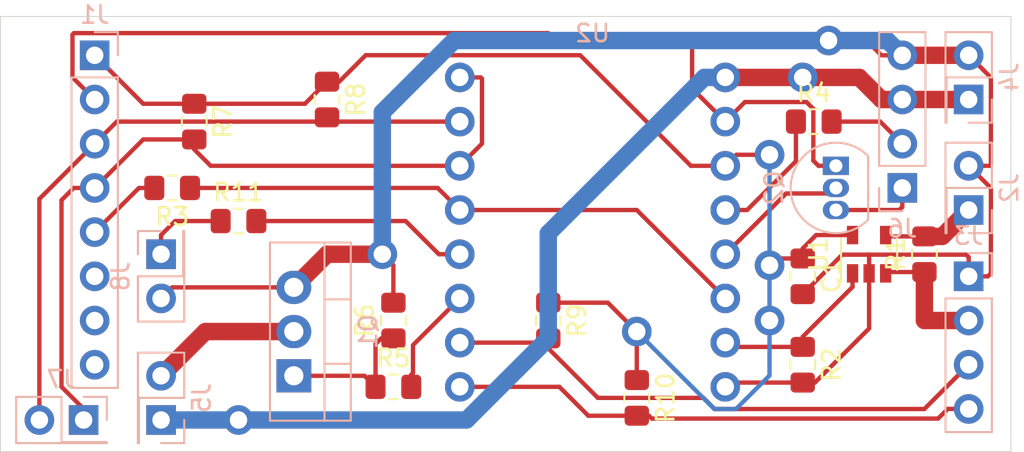
<source format=kicad_pcb>
(kicad_pcb (version 20171130) (host pcbnew 5.1.5+dfsg1-2build2)

  (general
    (thickness 1.6)
    (drawings 4)
    (tracks 199)
    (zones 0)
    (modules 24)
    (nets 25)
  )

  (page A4)
  (layers
    (0 F.Cu signal)
    (31 B.Cu signal)
    (32 B.Adhes user)
    (33 F.Adhes user)
    (34 B.Paste user)
    (35 F.Paste user)
    (36 B.SilkS user)
    (37 F.SilkS user)
    (38 B.Mask user)
    (39 F.Mask user)
    (40 Dwgs.User user)
    (41 Cmts.User user)
    (42 Eco1.User user)
    (43 Eco2.User user)
    (44 Edge.Cuts user)
    (45 Margin user)
    (46 B.CrtYd user)
    (47 F.CrtYd user)
    (48 B.Fab user hide)
    (49 F.Fab user hide)
  )

  (setup
    (last_trace_width 0.25)
    (user_trace_width 0.5)
    (user_trace_width 1)
    (trace_clearance 0.3)
    (zone_clearance 0.508)
    (zone_45_only no)
    (trace_min 0.2)
    (via_size 0.8)
    (via_drill 0.4)
    (via_min_size 0.4)
    (via_min_drill 0.3)
    (user_via 1.7 1)
    (uvia_size 0.3)
    (uvia_drill 0.1)
    (uvias_allowed no)
    (uvia_min_size 0.2)
    (uvia_min_drill 0.1)
    (edge_width 0.05)
    (segment_width 0.2)
    (pcb_text_width 0.3)
    (pcb_text_size 1.5 1.5)
    (mod_edge_width 0.12)
    (mod_text_size 1 1)
    (mod_text_width 0.15)
    (pad_size 1.524 1.524)
    (pad_drill 0.762)
    (pad_to_mask_clearance 0.051)
    (solder_mask_min_width 0.25)
    (aux_axis_origin 0 0)
    (visible_elements FFFFFF7F)
    (pcbplotparams
      (layerselection 0x01000_7fffffff)
      (usegerberextensions false)
      (usegerberattributes false)
      (usegerberadvancedattributes false)
      (creategerberjobfile false)
      (excludeedgelayer true)
      (linewidth 0.100000)
      (plotframeref false)
      (viasonmask false)
      (mode 1)
      (useauxorigin false)
      (hpglpennumber 1)
      (hpglpenspeed 20)
      (hpglpendiameter 15.000000)
      (psnegative false)
      (psa4output false)
      (plotreference true)
      (plotvalue true)
      (plotinvisibletext false)
      (padsonsilk false)
      (subtractmaskfromsilk false)
      (outputformat 1)
      (mirror false)
      (drillshape 0)
      (scaleselection 1)
      (outputdirectory "plot/"))
  )

  (net 0 "")
  (net 1 +3V3)
  (net 2 GND)
  (net 3 LOCAL_SCL)
  (net 4 LOCAL_SDA)
  (net 5 RTC_BAT)
  (net 6 "Net-(J1-Pad6)")
  (net 7 "Net-(J1-Pad7)")
  (net 8 "Net-(J1-Pad8)")
  (net 9 +24V)
  (net 10 +5V)
  (net 11 "Net-(J5-Pad2)")
  (net 12 FAN_PWM_RAW)
  (net 13 FAN_TACH_RAW)
  (net 14 RACK_SDA)
  (net 15 RACK_SCL)
  (net 16 "Net-(Q1-Pad1)")
  (net 17 FAN_PWM)
  (net 18 CURRENT_SENSE)
  (net 19 FAN_TACH)
  (net 20 PI_ENABLE)
  (net 21 RACK_VDD)
  (net 22 "Net-(J1-Pad5)")
  (net 23 "Net-(J8-Pad1)")
  (net 24 STATUS_LED)

  (net_class Default "This is the default net class."
    (clearance 0.3)
    (trace_width 0.25)
    (via_dia 0.8)
    (via_drill 0.4)
    (uvia_dia 0.3)
    (uvia_drill 0.1)
    (add_net +24V)
    (add_net +3V3)
    (add_net +5V)
    (add_net CURRENT_SENSE)
    (add_net FAN_PWM)
    (add_net FAN_PWM_RAW)
    (add_net FAN_TACH)
    (add_net FAN_TACH_RAW)
    (add_net GND)
    (add_net LOCAL_SCL)
    (add_net LOCAL_SDA)
    (add_net "Net-(J1-Pad5)")
    (add_net "Net-(J1-Pad6)")
    (add_net "Net-(J1-Pad7)")
    (add_net "Net-(J1-Pad8)")
    (add_net "Net-(J5-Pad2)")
    (add_net "Net-(J8-Pad1)")
    (add_net "Net-(Q1-Pad1)")
    (add_net PI_ENABLE)
    (add_net RACK_SCL)
    (add_net RACK_SDA)
    (add_net RACK_VDD)
    (add_net RTC_BAT)
    (add_net STATUS_LED)
  )

  (module Components:TINY2040_TH (layer B.Cu) (tedit 61E239A8) (tstamp 61DCEAB8)
    (at 133.985 103.505 180)
    (path /61EDCEE5)
    (fp_text reference U2 (at 0 2.54) (layer B.SilkS)
      (effects (font (size 1 1) (thickness 0.15)) (justify mirror))
    )
    (fp_text value TINY2040 (at 0 5.08) (layer B.Fab)
      (effects (font (size 1 1) (thickness 0.15)) (justify mirror))
    )
    (fp_line (start -9 -19.39) (end 9 -19.39) (layer Dwgs.User) (width 0.12))
    (fp_line (start 9 -19.39) (end 9 1.61) (layer Dwgs.User) (width 0.12))
    (fp_line (start 9 1.61) (end -9 1.61) (layer Dwgs.User) (width 0.12))
    (fp_line (start -9 1.61) (end -9 -19.39) (layer Dwgs.User) (width 0.12))
    (fp_line (start -4.5 1.61) (end -4.5 3.61) (layer Dwgs.User) (width 0.12))
    (fp_line (start 4.5 3.61) (end 4.5 1.61) (layer Dwgs.User) (width 0.12))
    (fp_line (start 4.5 3.61) (end -4.5 3.61) (layer Dwgs.User) (width 0.12))
    (pad 1 thru_hole circle (at -7.62 0 180) (size 1.7 1.7) (drill 1) (layers *.Cu *.Mask)
      (net 10 +5V))
    (pad 2 thru_hole circle (at -7.62 -2.54 180) (size 1.7 1.7) (drill 1) (layers *.Cu *.Mask)
      (net 2 GND))
    (pad 3 thru_hole circle (at -7.62 -5.08 180) (size 1.7 1.7) (drill 1) (layers *.Cu *.Mask)
      (net 1 +3V3))
    (pad 4 thru_hole circle (at -7.62 -7.62 180) (size 1.7 1.7) (drill 1) (layers *.Cu *.Mask)
      (net 19 FAN_TACH))
    (pad 5 thru_hole circle (at -7.62 -10.16 180) (size 1.7 1.7) (drill 1) (layers *.Cu *.Mask)
      (net 17 FAN_PWM))
    (pad 6 thru_hole circle (at -7.62 -12.7 180) (size 1.7 1.7) (drill 1) (layers *.Cu *.Mask)
      (net 5 RTC_BAT))
    (pad 7 thru_hole circle (at -7.62 -15.24 180) (size 1.7 1.7) (drill 1) (layers *.Cu *.Mask)
      (net 18 CURRENT_SENSE))
    (pad 8 thru_hole circle (at -7.62 -17.78 180) (size 1.7 1.7) (drill 1) (layers *.Cu *.Mask)
      (net 2 GND))
    (pad 9 thru_hole circle (at 7.62 -17.78 180) (size 1.7 1.7) (drill 1) (layers *.Cu *.Mask)
      (net 15 RACK_SCL))
    (pad 10 thru_hole circle (at 7.62 -15.24 180) (size 1.7 1.7) (drill 1) (layers *.Cu *.Mask)
      (net 14 RACK_SDA))
    (pad 11 thru_hole circle (at 7.62 -12.7 180) (size 1.7 1.7) (drill 1) (layers *.Cu *.Mask)
      (net 20 PI_ENABLE))
    (pad 12 thru_hole circle (at 7.62 -10.16 180) (size 1.7 1.7) (drill 1) (layers *.Cu *.Mask)
      (net 24 STATUS_LED))
    (pad 13 thru_hole circle (at 7.62 -7.62 180) (size 1.7 1.7) (drill 1) (layers *.Cu *.Mask)
      (net 5 RTC_BAT))
    (pad 14 thru_hole circle (at 7.62 -5.08 180) (size 1.7 1.7) (drill 1) (layers *.Cu *.Mask)
      (net 4 LOCAL_SDA))
    (pad 15 thru_hole circle (at 7.62 -2.54 180) (size 1.7 1.7) (drill 1) (layers *.Cu *.Mask)
      (net 3 LOCAL_SCL))
    (pad 16 thru_hole circle (at 7.62 0 180) (size 1.7 1.7) (drill 1) (layers *.Cu *.Mask)
      (net 4 LOCAL_SDA))
  )

  (module Connector_PinHeader_2.54mm:PinHeader_1x04_P2.54mm_Vertical (layer B.Cu) (tedit 59FED5CC) (tstamp 61E237BA)
    (at 151.765 109.855)
    (descr "Through hole straight pin header, 1x04, 2.54mm pitch, single row")
    (tags "Through hole pin header THT 1x04 2.54mm single row")
    (path /61E2C681)
    (fp_text reference J6 (at 0 2.33) (layer B.SilkS)
      (effects (font (size 1 1) (thickness 0.15)) (justify mirror))
    )
    (fp_text value Fan (at 0 -9.95) (layer B.Fab)
      (effects (font (size 1 1) (thickness 0.15)) (justify mirror))
    )
    (fp_text user %R (at 0 -3.81 270) (layer B.Fab)
      (effects (font (size 1 1) (thickness 0.15)) (justify mirror))
    )
    (fp_line (start 1.8 1.8) (end -1.8 1.8) (layer B.CrtYd) (width 0.05))
    (fp_line (start 1.8 -9.4) (end 1.8 1.8) (layer B.CrtYd) (width 0.05))
    (fp_line (start -1.8 -9.4) (end 1.8 -9.4) (layer B.CrtYd) (width 0.05))
    (fp_line (start -1.8 1.8) (end -1.8 -9.4) (layer B.CrtYd) (width 0.05))
    (fp_line (start -1.33 1.33) (end 0 1.33) (layer B.SilkS) (width 0.12))
    (fp_line (start -1.33 0) (end -1.33 1.33) (layer B.SilkS) (width 0.12))
    (fp_line (start -1.33 -1.27) (end 1.33 -1.27) (layer B.SilkS) (width 0.12))
    (fp_line (start 1.33 -1.27) (end 1.33 -8.95) (layer B.SilkS) (width 0.12))
    (fp_line (start -1.33 -1.27) (end -1.33 -8.95) (layer B.SilkS) (width 0.12))
    (fp_line (start -1.33 -8.95) (end 1.33 -8.95) (layer B.SilkS) (width 0.12))
    (fp_line (start -1.27 0.635) (end -0.635 1.27) (layer B.Fab) (width 0.1))
    (fp_line (start -1.27 -8.89) (end -1.27 0.635) (layer B.Fab) (width 0.1))
    (fp_line (start 1.27 -8.89) (end -1.27 -8.89) (layer B.Fab) (width 0.1))
    (fp_line (start 1.27 1.27) (end 1.27 -8.89) (layer B.Fab) (width 0.1))
    (fp_line (start -0.635 1.27) (end 1.27 1.27) (layer B.Fab) (width 0.1))
    (pad 4 thru_hole oval (at 0 -7.62) (size 1.7 1.7) (drill 1) (layers *.Cu *.Mask)
      (net 2 GND))
    (pad 3 thru_hole oval (at 0 -5.08) (size 1.7 1.7) (drill 1) (layers *.Cu *.Mask)
      (net 10 +5V))
    (pad 2 thru_hole oval (at 0 -2.54) (size 1.7 1.7) (drill 1) (layers *.Cu *.Mask)
      (net 13 FAN_TACH_RAW))
    (pad 1 thru_hole rect (at 0 0) (size 1.7 1.7) (drill 1) (layers *.Cu *.Mask)
      (net 12 FAN_PWM_RAW))
    (model ${KISYS3DMOD}/Connector_PinHeader_2.54mm.3dshapes/PinHeader_1x04_P2.54mm_Vertical.wrl
      (at (xyz 0 0 0))
      (scale (xyz 1 1 1))
      (rotate (xyz 0 0 0))
    )
  )

  (module Capacitor_SMD:C_0805_2012Metric_Pad1.15x1.40mm_HandSolder (layer F.Cu) (tedit 5B36C52B) (tstamp 61DCEFC1)
    (at 146.05 114.935 270)
    (descr "Capacitor SMD 0805 (2012 Metric), square (rectangular) end terminal, IPC_7351 nominal with elongated pad for handsoldering. (Body size source: https://docs.google.com/spreadsheets/d/1BsfQQcO9C6DZCsRaXUlFlo91Tg2WpOkGARC1WS5S8t0/edit?usp=sharing), generated with kicad-footprint-generator")
    (tags "capacitor handsolder")
    (path /61DE372F)
    (attr smd)
    (fp_text reference C1 (at 0 -1.65 90) (layer F.SilkS)
      (effects (font (size 1 1) (thickness 0.15)))
    )
    (fp_text value 0.1uF (at 0 1.65 90) (layer F.Fab)
      (effects (font (size 1 1) (thickness 0.15)))
    )
    (fp_text user %R (at 0 0 90) (layer F.Fab)
      (effects (font (size 0.5 0.5) (thickness 0.08)))
    )
    (fp_line (start 1.85 0.95) (end -1.85 0.95) (layer F.CrtYd) (width 0.05))
    (fp_line (start 1.85 -0.95) (end 1.85 0.95) (layer F.CrtYd) (width 0.05))
    (fp_line (start -1.85 -0.95) (end 1.85 -0.95) (layer F.CrtYd) (width 0.05))
    (fp_line (start -1.85 0.95) (end -1.85 -0.95) (layer F.CrtYd) (width 0.05))
    (fp_line (start -0.261252 0.71) (end 0.261252 0.71) (layer F.SilkS) (width 0.12))
    (fp_line (start -0.261252 -0.71) (end 0.261252 -0.71) (layer F.SilkS) (width 0.12))
    (fp_line (start 1 0.6) (end -1 0.6) (layer F.Fab) (width 0.1))
    (fp_line (start 1 -0.6) (end 1 0.6) (layer F.Fab) (width 0.1))
    (fp_line (start -1 -0.6) (end 1 -0.6) (layer F.Fab) (width 0.1))
    (fp_line (start -1 0.6) (end -1 -0.6) (layer F.Fab) (width 0.1))
    (pad 2 smd roundrect (at 1.025 0 270) (size 1.15 1.4) (layers F.Cu F.Paste F.Mask) (roundrect_rratio 0.217391)
      (net 2 GND))
    (pad 1 smd roundrect (at -1.025 0 270) (size 1.15 1.4) (layers F.Cu F.Paste F.Mask) (roundrect_rratio 0.217391)
      (net 1 +3V3))
    (model ${KISYS3DMOD}/Capacitor_SMD.3dshapes/C_0805_2012Metric.wrl
      (at (xyz 0 0 0))
      (scale (xyz 1 1 1))
      (rotate (xyz 0 0 0))
    )
  )

  (module Connector_PinHeader_2.54mm:PinHeader_1x08_P2.54mm_Vertical (layer B.Cu) (tedit 59FED5CC) (tstamp 61E250EF)
    (at 105.41 102.235 180)
    (descr "Through hole straight pin header, 1x08, 2.54mm pitch, single row")
    (tags "Through hole pin header THT 1x08 2.54mm single row")
    (path /61DBB9CD)
    (fp_text reference J1 (at 0 2.33) (layer B.SilkS)
      (effects (font (size 1 1) (thickness 0.15)) (justify mirror))
    )
    (fp_text value DS3231 (at 0 -20.11) (layer B.Fab)
      (effects (font (size 1 1) (thickness 0.15)) (justify mirror))
    )
    (fp_text user %R (at 0 -8.89 270) (layer B.Fab)
      (effects (font (size 1 1) (thickness 0.15)) (justify mirror))
    )
    (fp_line (start 1.8 1.8) (end -1.8 1.8) (layer B.CrtYd) (width 0.05))
    (fp_line (start 1.8 -19.55) (end 1.8 1.8) (layer B.CrtYd) (width 0.05))
    (fp_line (start -1.8 -19.55) (end 1.8 -19.55) (layer B.CrtYd) (width 0.05))
    (fp_line (start -1.8 1.8) (end -1.8 -19.55) (layer B.CrtYd) (width 0.05))
    (fp_line (start -1.33 1.33) (end 0 1.33) (layer B.SilkS) (width 0.12))
    (fp_line (start -1.33 0) (end -1.33 1.33) (layer B.SilkS) (width 0.12))
    (fp_line (start -1.33 -1.27) (end 1.33 -1.27) (layer B.SilkS) (width 0.12))
    (fp_line (start 1.33 -1.27) (end 1.33 -19.11) (layer B.SilkS) (width 0.12))
    (fp_line (start -1.33 -1.27) (end -1.33 -19.11) (layer B.SilkS) (width 0.12))
    (fp_line (start -1.33 -19.11) (end 1.33 -19.11) (layer B.SilkS) (width 0.12))
    (fp_line (start -1.27 0.635) (end -0.635 1.27) (layer B.Fab) (width 0.1))
    (fp_line (start -1.27 -19.05) (end -1.27 0.635) (layer B.Fab) (width 0.1))
    (fp_line (start 1.27 -19.05) (end -1.27 -19.05) (layer B.Fab) (width 0.1))
    (fp_line (start 1.27 1.27) (end 1.27 -19.05) (layer B.Fab) (width 0.1))
    (fp_line (start -0.635 1.27) (end 1.27 1.27) (layer B.Fab) (width 0.1))
    (pad 8 thru_hole oval (at 0 -17.78 180) (size 1.7 1.7) (drill 1) (layers *.Cu *.Mask)
      (net 8 "Net-(J1-Pad8)"))
    (pad 7 thru_hole oval (at 0 -15.24 180) (size 1.7 1.7) (drill 1) (layers *.Cu *.Mask)
      (net 7 "Net-(J1-Pad7)"))
    (pad 6 thru_hole oval (at 0 -12.7 180) (size 1.7 1.7) (drill 1) (layers *.Cu *.Mask)
      (net 6 "Net-(J1-Pad6)"))
    (pad 5 thru_hole oval (at 0 -10.16 180) (size 1.7 1.7) (drill 1) (layers *.Cu *.Mask)
      (net 22 "Net-(J1-Pad5)"))
    (pad 4 thru_hole oval (at 0 -7.62 180) (size 1.7 1.7) (drill 1) (layers *.Cu *.Mask)
      (net 4 LOCAL_SDA))
    (pad 3 thru_hole oval (at 0 -5.08 180) (size 1.7 1.7) (drill 1) (layers *.Cu *.Mask)
      (net 3 LOCAL_SCL))
    (pad 2 thru_hole oval (at 0 -2.54 180) (size 1.7 1.7) (drill 1) (layers *.Cu *.Mask)
      (net 2 GND))
    (pad 1 thru_hole rect (at 0 0 180) (size 1.7 1.7) (drill 1) (layers *.Cu *.Mask)
      (net 1 +3V3))
    (model ${KISYS3DMOD}/Connector_PinHeader_2.54mm.3dshapes/PinHeader_1x08_P2.54mm_Vertical.wrl
      (at (xyz 0 0 0))
      (scale (xyz 1 1 1))
      (rotate (xyz 0 0 0))
    )
  )

  (module Connector_PinHeader_2.54mm:PinHeader_2x01_P2.54mm_Vertical (layer B.Cu) (tedit 59FED5CC) (tstamp 61DCEBD0)
    (at 155.575 104.775 90)
    (descr "Through hole straight pin header, 2x01, 2.54mm pitch, double rows")
    (tags "Through hole pin header THT 2x01 2.54mm double row")
    (path /61DF6A22)
    (fp_text reference J4 (at 1.27 2.33 270) (layer B.SilkS)
      (effects (font (size 1 1) (thickness 0.15)) (justify mirror))
    )
    (fp_text value "Power DC/DC OUT" (at 1.27 -10.16 180) (layer B.Fab)
      (effects (font (size 1 1) (thickness 0.15)) (justify mirror))
    )
    (fp_line (start 0 1.27) (end 3.81 1.27) (layer B.Fab) (width 0.1))
    (fp_line (start 3.81 1.27) (end 3.81 -1.27) (layer B.Fab) (width 0.1))
    (fp_line (start 3.81 -1.27) (end -1.27 -1.27) (layer B.Fab) (width 0.1))
    (fp_line (start -1.27 -1.27) (end -1.27 0) (layer B.Fab) (width 0.1))
    (fp_line (start -1.27 0) (end 0 1.27) (layer B.Fab) (width 0.1))
    (fp_line (start -1.33 -1.33) (end 3.87 -1.33) (layer B.SilkS) (width 0.12))
    (fp_line (start -1.33 -1.27) (end -1.33 -1.33) (layer B.SilkS) (width 0.12))
    (fp_line (start 3.87 1.33) (end 3.87 -1.33) (layer B.SilkS) (width 0.12))
    (fp_line (start -1.33 -1.27) (end 1.27 -1.27) (layer B.SilkS) (width 0.12))
    (fp_line (start 1.27 -1.27) (end 1.27 1.33) (layer B.SilkS) (width 0.12))
    (fp_line (start 1.27 1.33) (end 3.87 1.33) (layer B.SilkS) (width 0.12))
    (fp_line (start -1.33 0) (end -1.33 1.33) (layer B.SilkS) (width 0.12))
    (fp_line (start -1.33 1.33) (end 0 1.33) (layer B.SilkS) (width 0.12))
    (fp_line (start -1.8 1.8) (end -1.8 -1.8) (layer B.CrtYd) (width 0.05))
    (fp_line (start -1.8 -1.8) (end 4.35 -1.8) (layer B.CrtYd) (width 0.05))
    (fp_line (start 4.35 -1.8) (end 4.35 1.8) (layer B.CrtYd) (width 0.05))
    (fp_line (start 4.35 1.8) (end -1.8 1.8) (layer B.CrtYd) (width 0.05))
    (fp_text user %R (at 1.27 0) (layer B.Fab)
      (effects (font (size 1 1) (thickness 0.15)) (justify mirror))
    )
    (pad 1 thru_hole rect (at 0 0 90) (size 1.7 1.7) (drill 1) (layers *.Cu *.Mask)
      (net 10 +5V))
    (pad 2 thru_hole oval (at 2.54 0 90) (size 1.7 1.7) (drill 1) (layers *.Cu *.Mask)
      (net 2 GND))
    (model ${KISYS3DMOD}/Connector_PinHeader_2.54mm.3dshapes/PinHeader_2x01_P2.54mm_Vertical.wrl
      (at (xyz 0 0 0))
      (scale (xyz 1 1 1))
      (rotate (xyz 0 0 0))
    )
  )

  (module Connector_PinHeader_2.54mm:PinHeader_2x01_P2.54mm_Vertical (layer B.Cu) (tedit 59FED5CC) (tstamp 61DC12EF)
    (at 109.22 123.19 90)
    (descr "Through hole straight pin header, 2x01, 2.54mm pitch, double rows")
    (tags "Through hole pin header THT 2x01 2.54mm double row")
    (path /61E01A05)
    (fp_text reference J5 (at 1.27 2.33 90) (layer B.SilkS)
      (effects (font (size 1 1) (thickness 0.15)) (justify mirror))
    )
    (fp_text value "Pi Power OUT" (at 1.27 -2.33 90) (layer B.Fab)
      (effects (font (size 1 1) (thickness 0.15)) (justify mirror))
    )
    (fp_text user %R (at 1.27 0 180) (layer B.Fab)
      (effects (font (size 1 1) (thickness 0.15)) (justify mirror))
    )
    (fp_line (start 4.35 1.8) (end -1.8 1.8) (layer B.CrtYd) (width 0.05))
    (fp_line (start 4.35 -1.8) (end 4.35 1.8) (layer B.CrtYd) (width 0.05))
    (fp_line (start -1.8 -1.8) (end 4.35 -1.8) (layer B.CrtYd) (width 0.05))
    (fp_line (start -1.8 1.8) (end -1.8 -1.8) (layer B.CrtYd) (width 0.05))
    (fp_line (start -1.33 1.33) (end 0 1.33) (layer B.SilkS) (width 0.12))
    (fp_line (start -1.33 0) (end -1.33 1.33) (layer B.SilkS) (width 0.12))
    (fp_line (start 1.27 1.33) (end 3.87 1.33) (layer B.SilkS) (width 0.12))
    (fp_line (start 1.27 -1.27) (end 1.27 1.33) (layer B.SilkS) (width 0.12))
    (fp_line (start -1.33 -1.27) (end 1.27 -1.27) (layer B.SilkS) (width 0.12))
    (fp_line (start 3.87 1.33) (end 3.87 -1.33) (layer B.SilkS) (width 0.12))
    (fp_line (start -1.33 -1.27) (end -1.33 -1.33) (layer B.SilkS) (width 0.12))
    (fp_line (start -1.33 -1.33) (end 3.87 -1.33) (layer B.SilkS) (width 0.12))
    (fp_line (start -1.27 0) (end 0 1.27) (layer B.Fab) (width 0.1))
    (fp_line (start -1.27 -1.27) (end -1.27 0) (layer B.Fab) (width 0.1))
    (fp_line (start 3.81 -1.27) (end -1.27 -1.27) (layer B.Fab) (width 0.1))
    (fp_line (start 3.81 1.27) (end 3.81 -1.27) (layer B.Fab) (width 0.1))
    (fp_line (start 0 1.27) (end 3.81 1.27) (layer B.Fab) (width 0.1))
    (pad 2 thru_hole oval (at 2.54 0 90) (size 1.7 1.7) (drill 1) (layers *.Cu *.Mask)
      (net 11 "Net-(J5-Pad2)"))
    (pad 1 thru_hole rect (at 0 0 90) (size 1.7 1.7) (drill 1) (layers *.Cu *.Mask)
      (net 10 +5V))
    (model ${KISYS3DMOD}/Connector_PinHeader_2.54mm.3dshapes/PinHeader_2x01_P2.54mm_Vertical.wrl
      (at (xyz 0 0 0))
      (scale (xyz 1 1 1))
      (rotate (xyz 0 0 0))
    )
  )

  (module Connector_PinHeader_2.54mm:PinHeader_2x01_P2.54mm_Vertical (layer B.Cu) (tedit 59FED5CC) (tstamp 61DC131F)
    (at 104.775 123.19 180)
    (descr "Through hole straight pin header, 2x01, 2.54mm pitch, double rows")
    (tags "Through hole pin header THT 2x01 2.54mm double row")
    (path /61E78C71)
    (fp_text reference J7 (at 1.27 2.33) (layer B.SilkS)
      (effects (font (size 1 1) (thickness 0.15)) (justify mirror))
    )
    (fp_text value "Pi I2C" (at 1.27 -2.33) (layer B.Fab)
      (effects (font (size 1 1) (thickness 0.15)) (justify mirror))
    )
    (fp_line (start 0 1.27) (end 3.81 1.27) (layer B.Fab) (width 0.1))
    (fp_line (start 3.81 1.27) (end 3.81 -1.27) (layer B.Fab) (width 0.1))
    (fp_line (start 3.81 -1.27) (end -1.27 -1.27) (layer B.Fab) (width 0.1))
    (fp_line (start -1.27 -1.27) (end -1.27 0) (layer B.Fab) (width 0.1))
    (fp_line (start -1.27 0) (end 0 1.27) (layer B.Fab) (width 0.1))
    (fp_line (start -1.33 -1.33) (end 3.87 -1.33) (layer B.SilkS) (width 0.12))
    (fp_line (start -1.33 -1.27) (end -1.33 -1.33) (layer B.SilkS) (width 0.12))
    (fp_line (start 3.87 1.33) (end 3.87 -1.33) (layer B.SilkS) (width 0.12))
    (fp_line (start -1.33 -1.27) (end 1.27 -1.27) (layer B.SilkS) (width 0.12))
    (fp_line (start 1.27 -1.27) (end 1.27 1.33) (layer B.SilkS) (width 0.12))
    (fp_line (start 1.27 1.33) (end 3.87 1.33) (layer B.SilkS) (width 0.12))
    (fp_line (start -1.33 0) (end -1.33 1.33) (layer B.SilkS) (width 0.12))
    (fp_line (start -1.33 1.33) (end 0 1.33) (layer B.SilkS) (width 0.12))
    (fp_line (start -1.8 1.8) (end -1.8 -1.8) (layer B.CrtYd) (width 0.05))
    (fp_line (start -1.8 -1.8) (end 4.35 -1.8) (layer B.CrtYd) (width 0.05))
    (fp_line (start 4.35 -1.8) (end 4.35 1.8) (layer B.CrtYd) (width 0.05))
    (fp_line (start 4.35 1.8) (end -1.8 1.8) (layer B.CrtYd) (width 0.05))
    (fp_text user %R (at 1.27 0 270) (layer B.Fab)
      (effects (font (size 1 1) (thickness 0.15)) (justify mirror))
    )
    (pad 1 thru_hole rect (at 0 0 180) (size 1.7 1.7) (drill 1) (layers *.Cu *.Mask)
      (net 4 LOCAL_SDA))
    (pad 2 thru_hole oval (at 2.54 0 180) (size 1.7 1.7) (drill 1) (layers *.Cu *.Mask)
      (net 3 LOCAL_SCL))
    (model ${KISYS3DMOD}/Connector_PinHeader_2.54mm.3dshapes/PinHeader_2x01_P2.54mm_Vertical.wrl
      (at (xyz 0 0 0))
      (scale (xyz 1 1 1))
      (rotate (xyz 0 0 0))
    )
  )

  (module Package_TO_SOT_THT:TO-220-3_Vertical (layer B.Cu) (tedit 5AC8BA0D) (tstamp 61DC1351)
    (at 116.84 120.65 90)
    (descr "TO-220-3, Vertical, RM 2.54mm, see https://www.vishay.com/docs/66542/to-220-1.pdf")
    (tags "TO-220-3 Vertical RM 2.54mm")
    (path /61E000AF)
    (fp_text reference Q1 (at 2.54 4.27 270) (layer B.SilkS)
      (effects (font (size 1 1) (thickness 0.15)) (justify mirror))
    )
    (fp_text value FQP30N06L (at 2.54 -2.5 270) (layer B.Fab)
      (effects (font (size 1 1) (thickness 0.15)) (justify mirror))
    )
    (fp_text user %R (at 2.54 4.27 270) (layer B.Fab)
      (effects (font (size 1 1) (thickness 0.15)) (justify mirror))
    )
    (fp_line (start 7.79 3.4) (end -2.71 3.4) (layer B.CrtYd) (width 0.05))
    (fp_line (start 7.79 -1.51) (end 7.79 3.4) (layer B.CrtYd) (width 0.05))
    (fp_line (start -2.71 -1.51) (end 7.79 -1.51) (layer B.CrtYd) (width 0.05))
    (fp_line (start -2.71 3.4) (end -2.71 -1.51) (layer B.CrtYd) (width 0.05))
    (fp_line (start 4.391 3.27) (end 4.391 1.76) (layer B.SilkS) (width 0.12))
    (fp_line (start 0.69 3.27) (end 0.69 1.76) (layer B.SilkS) (width 0.12))
    (fp_line (start -2.58 1.76) (end 7.66 1.76) (layer B.SilkS) (width 0.12))
    (fp_line (start 7.66 3.27) (end 7.66 -1.371) (layer B.SilkS) (width 0.12))
    (fp_line (start -2.58 3.27) (end -2.58 -1.371) (layer B.SilkS) (width 0.12))
    (fp_line (start -2.58 -1.371) (end 7.66 -1.371) (layer B.SilkS) (width 0.12))
    (fp_line (start -2.58 3.27) (end 7.66 3.27) (layer B.SilkS) (width 0.12))
    (fp_line (start 4.39 3.15) (end 4.39 1.88) (layer B.Fab) (width 0.1))
    (fp_line (start 0.69 3.15) (end 0.69 1.88) (layer B.Fab) (width 0.1))
    (fp_line (start -2.46 1.88) (end 7.54 1.88) (layer B.Fab) (width 0.1))
    (fp_line (start 7.54 3.15) (end -2.46 3.15) (layer B.Fab) (width 0.1))
    (fp_line (start 7.54 -1.25) (end 7.54 3.15) (layer B.Fab) (width 0.1))
    (fp_line (start -2.46 -1.25) (end 7.54 -1.25) (layer B.Fab) (width 0.1))
    (fp_line (start -2.46 3.15) (end -2.46 -1.25) (layer B.Fab) (width 0.1))
    (pad 3 thru_hole oval (at 5.08 0 90) (size 1.905 2) (drill 1.1) (layers *.Cu *.Mask)
      (net 2 GND))
    (pad 2 thru_hole oval (at 2.54 0 90) (size 1.905 2) (drill 1.1) (layers *.Cu *.Mask)
      (net 11 "Net-(J5-Pad2)"))
    (pad 1 thru_hole rect (at 0 0 90) (size 1.905 2) (drill 1.1) (layers *.Cu *.Mask)
      (net 16 "Net-(Q1-Pad1)"))
    (model ${KISYS3DMOD}/Package_TO_SOT_THT.3dshapes/TO-220-3_Vertical.wrl
      (at (xyz 0 0 0))
      (scale (xyz 1 1 1))
      (rotate (xyz 0 0 0))
    )
  )

  (module Package_TO_SOT_THT:TO-92_Inline (layer B.Cu) (tedit 5A1DD157) (tstamp 61DC1363)
    (at 147.955 108.585 270)
    (descr "TO-92 leads in-line, narrow, oval pads, drill 0.75mm (see NXP sot054_po.pdf)")
    (tags "to-92 sc-43 sc-43a sot54 PA33 transistor")
    (path /61E3448D)
    (fp_text reference Q2 (at 1.27 3.56 90) (layer B.SilkS)
      (effects (font (size 1 1) (thickness 0.15)) (justify mirror))
    )
    (fp_text value 2N7000 (at 1.27 -2.79 90) (layer B.Fab)
      (effects (font (size 1 1) (thickness 0.15)) (justify mirror))
    )
    (fp_arc (start 1.27 0) (end 1.27 2.6) (angle -135) (layer B.SilkS) (width 0.12))
    (fp_arc (start 1.27 0) (end 1.27 2.48) (angle 135) (layer B.Fab) (width 0.1))
    (fp_arc (start 1.27 0) (end 1.27 2.6) (angle 135) (layer B.SilkS) (width 0.12))
    (fp_arc (start 1.27 0) (end 1.27 2.48) (angle -135) (layer B.Fab) (width 0.1))
    (fp_line (start 4 -2.01) (end -1.46 -2.01) (layer B.CrtYd) (width 0.05))
    (fp_line (start 4 -2.01) (end 4 2.73) (layer B.CrtYd) (width 0.05))
    (fp_line (start -1.46 2.73) (end -1.46 -2.01) (layer B.CrtYd) (width 0.05))
    (fp_line (start -1.46 2.73) (end 4 2.73) (layer B.CrtYd) (width 0.05))
    (fp_line (start -0.5 -1.75) (end 3 -1.75) (layer B.Fab) (width 0.1))
    (fp_line (start -0.53 -1.85) (end 3.07 -1.85) (layer B.SilkS) (width 0.12))
    (fp_text user %R (at 1.27 3.56 90) (layer B.Fab)
      (effects (font (size 1 1) (thickness 0.15)) (justify mirror))
    )
    (pad 1 thru_hole rect (at 0 0 270) (size 1.05 1.5) (drill 0.75) (layers *.Cu *.Mask)
      (net 2 GND))
    (pad 3 thru_hole oval (at 2.54 0 270) (size 1.05 1.5) (drill 0.75) (layers *.Cu *.Mask)
      (net 12 FAN_PWM_RAW))
    (pad 2 thru_hole oval (at 1.27 0 270) (size 1.05 1.5) (drill 0.75) (layers *.Cu *.Mask)
      (net 17 FAN_PWM))
    (model ${KISYS3DMOD}/Package_TO_SOT_THT.3dshapes/TO-92_Inline.wrl
      (at (xyz 0 0 0))
      (scale (xyz 1 1 1))
      (rotate (xyz 0 0 0))
    )
  )

  (module Resistor_SMD:R_0805_2012Metric_Pad1.15x1.40mm_HandSolder (layer F.Cu) (tedit 5B36C52B) (tstamp 61DC1374)
    (at 153.035 113.665 90)
    (descr "Resistor SMD 0805 (2012 Metric), square (rectangular) end terminal, IPC_7351 nominal with elongated pad for handsoldering. (Body size source: https://docs.google.com/spreadsheets/d/1BsfQQcO9C6DZCsRaXUlFlo91Tg2WpOkGARC1WS5S8t0/edit?usp=sharing), generated with kicad-footprint-generator")
    (tags "resistor handsolder")
    (path /61DD44EA)
    (attr smd)
    (fp_text reference R1 (at 0 -1.65 90) (layer F.SilkS)
      (effects (font (size 1 1) (thickness 0.15)))
    )
    (fp_text value "0.1 +/-1%" (at -0.245 -7.62 180) (layer F.Fab)
      (effects (font (size 1 1) (thickness 0.15)))
    )
    (fp_line (start -1 0.6) (end -1 -0.6) (layer F.Fab) (width 0.1))
    (fp_line (start -1 -0.6) (end 1 -0.6) (layer F.Fab) (width 0.1))
    (fp_line (start 1 -0.6) (end 1 0.6) (layer F.Fab) (width 0.1))
    (fp_line (start 1 0.6) (end -1 0.6) (layer F.Fab) (width 0.1))
    (fp_line (start -0.261252 -0.71) (end 0.261252 -0.71) (layer F.SilkS) (width 0.12))
    (fp_line (start -0.261252 0.71) (end 0.261252 0.71) (layer F.SilkS) (width 0.12))
    (fp_line (start -1.85 0.95) (end -1.85 -0.95) (layer F.CrtYd) (width 0.05))
    (fp_line (start -1.85 -0.95) (end 1.85 -0.95) (layer F.CrtYd) (width 0.05))
    (fp_line (start 1.85 -0.95) (end 1.85 0.95) (layer F.CrtYd) (width 0.05))
    (fp_line (start 1.85 0.95) (end -1.85 0.95) (layer F.CrtYd) (width 0.05))
    (fp_text user %R (at 0 0 90) (layer F.Fab)
      (effects (font (size 0.5 0.5) (thickness 0.08)))
    )
    (pad 1 smd roundrect (at -1.025 0 90) (size 1.15 1.4) (layers F.Cu F.Paste F.Mask) (roundrect_rratio 0.217391)
      (net 21 RACK_VDD))
    (pad 2 smd roundrect (at 1.025 0 90) (size 1.15 1.4) (layers F.Cu F.Paste F.Mask) (roundrect_rratio 0.217391)
      (net 9 +24V))
    (model ${KISYS3DMOD}/Resistor_SMD.3dshapes/R_0805_2012Metric.wrl
      (at (xyz 0 0 0))
      (scale (xyz 1 1 1))
      (rotate (xyz 0 0 0))
    )
  )

  (module Resistor_SMD:R_0805_2012Metric_Pad1.15x1.40mm_HandSolder (layer F.Cu) (tedit 5B36C52B) (tstamp 61DCF508)
    (at 146.05 120.015 270)
    (descr "Resistor SMD 0805 (2012 Metric), square (rectangular) end terminal, IPC_7351 nominal with elongated pad for handsoldering. (Body size source: https://docs.google.com/spreadsheets/d/1BsfQQcO9C6DZCsRaXUlFlo91Tg2WpOkGARC1WS5S8t0/edit?usp=sharing), generated with kicad-footprint-generator")
    (tags "resistor handsolder")
    (path /61DEC148)
    (attr smd)
    (fp_text reference R2 (at 0 -1.65 90) (layer F.SilkS)
      (effects (font (size 1 1) (thickness 0.15)))
    )
    (fp_text value R_Small (at 0 1.65 90) (layer F.Fab)
      (effects (font (size 1 1) (thickness 0.15)))
    )
    (fp_line (start -1 0.6) (end -1 -0.6) (layer F.Fab) (width 0.1))
    (fp_line (start -1 -0.6) (end 1 -0.6) (layer F.Fab) (width 0.1))
    (fp_line (start 1 -0.6) (end 1 0.6) (layer F.Fab) (width 0.1))
    (fp_line (start 1 0.6) (end -1 0.6) (layer F.Fab) (width 0.1))
    (fp_line (start -0.261252 -0.71) (end 0.261252 -0.71) (layer F.SilkS) (width 0.12))
    (fp_line (start -0.261252 0.71) (end 0.261252 0.71) (layer F.SilkS) (width 0.12))
    (fp_line (start -1.85 0.95) (end -1.85 -0.95) (layer F.CrtYd) (width 0.05))
    (fp_line (start -1.85 -0.95) (end 1.85 -0.95) (layer F.CrtYd) (width 0.05))
    (fp_line (start 1.85 -0.95) (end 1.85 0.95) (layer F.CrtYd) (width 0.05))
    (fp_line (start 1.85 0.95) (end -1.85 0.95) (layer F.CrtYd) (width 0.05))
    (fp_text user %R (at 0 0 90) (layer F.Fab)
      (effects (font (size 0.5 0.5) (thickness 0.08)))
    )
    (pad 1 smd roundrect (at -1.025 0 270) (size 1.15 1.4) (layers F.Cu F.Paste F.Mask) (roundrect_rratio 0.217391)
      (net 18 CURRENT_SENSE))
    (pad 2 smd roundrect (at 1.025 0 270) (size 1.15 1.4) (layers F.Cu F.Paste F.Mask) (roundrect_rratio 0.217391)
      (net 2 GND))
    (model ${KISYS3DMOD}/Resistor_SMD.3dshapes/R_0805_2012Metric.wrl
      (at (xyz 0 0 0))
      (scale (xyz 1 1 1))
      (rotate (xyz 0 0 0))
    )
  )

  (module Resistor_SMD:R_0805_2012Metric_Pad1.15x1.40mm_HandSolder (layer F.Cu) (tedit 5B36C52B) (tstamp 61DC1396)
    (at 109.855 109.855 180)
    (descr "Resistor SMD 0805 (2012 Metric), square (rectangular) end terminal, IPC_7351 nominal with elongated pad for handsoldering. (Body size source: https://docs.google.com/spreadsheets/d/1BsfQQcO9C6DZCsRaXUlFlo91Tg2WpOkGARC1WS5S8t0/edit?usp=sharing), generated with kicad-footprint-generator")
    (tags "resistor handsolder")
    (path /61E22DD7)
    (attr smd)
    (fp_text reference R3 (at 0 -1.65) (layer F.SilkS)
      (effects (font (size 1 1) (thickness 0.15)))
    )
    (fp_text value 10K (at 0 1.65) (layer F.Fab)
      (effects (font (size 1 1) (thickness 0.15)))
    )
    (fp_text user %R (at 0 0) (layer F.Fab)
      (effects (font (size 0.5 0.5) (thickness 0.08)))
    )
    (fp_line (start 1.85 0.95) (end -1.85 0.95) (layer F.CrtYd) (width 0.05))
    (fp_line (start 1.85 -0.95) (end 1.85 0.95) (layer F.CrtYd) (width 0.05))
    (fp_line (start -1.85 -0.95) (end 1.85 -0.95) (layer F.CrtYd) (width 0.05))
    (fp_line (start -1.85 0.95) (end -1.85 -0.95) (layer F.CrtYd) (width 0.05))
    (fp_line (start -0.261252 0.71) (end 0.261252 0.71) (layer F.SilkS) (width 0.12))
    (fp_line (start -0.261252 -0.71) (end 0.261252 -0.71) (layer F.SilkS) (width 0.12))
    (fp_line (start 1 0.6) (end -1 0.6) (layer F.Fab) (width 0.1))
    (fp_line (start 1 -0.6) (end 1 0.6) (layer F.Fab) (width 0.1))
    (fp_line (start -1 -0.6) (end 1 -0.6) (layer F.Fab) (width 0.1))
    (fp_line (start -1 0.6) (end -1 -0.6) (layer F.Fab) (width 0.1))
    (pad 2 smd roundrect (at 1.025 0 180) (size 1.15 1.4) (layers F.Cu F.Paste F.Mask) (roundrect_rratio 0.217391)
      (net 22 "Net-(J1-Pad5)"))
    (pad 1 smd roundrect (at -1.025 0 180) (size 1.15 1.4) (layers F.Cu F.Paste F.Mask) (roundrect_rratio 0.217391)
      (net 5 RTC_BAT))
    (model ${KISYS3DMOD}/Resistor_SMD.3dshapes/R_0805_2012Metric.wrl
      (at (xyz 0 0 0))
      (scale (xyz 1 1 1))
      (rotate (xyz 0 0 0))
    )
  )

  (module Resistor_SMD:R_0805_2012Metric_Pad1.15x1.40mm_HandSolder (layer F.Cu) (tedit 5B36C52B) (tstamp 61DC13A7)
    (at 146.685 106.045)
    (descr "Resistor SMD 0805 (2012 Metric), square (rectangular) end terminal, IPC_7351 nominal with elongated pad for handsoldering. (Body size source: https://docs.google.com/spreadsheets/d/1BsfQQcO9C6DZCsRaXUlFlo91Tg2WpOkGARC1WS5S8t0/edit?usp=sharing), generated with kicad-footprint-generator")
    (tags "resistor handsolder")
    (path /61E58E6E)
    (attr smd)
    (fp_text reference R4 (at 0 -1.65) (layer F.SilkS)
      (effects (font (size 1 1) (thickness 0.15)))
    )
    (fp_text value 100 (at 0 1.65) (layer F.Fab)
      (effects (font (size 1 1) (thickness 0.15)))
    )
    (fp_text user %R (at 0 0) (layer F.Fab)
      (effects (font (size 0.5 0.5) (thickness 0.08)))
    )
    (fp_line (start 1.85 0.95) (end -1.85 0.95) (layer F.CrtYd) (width 0.05))
    (fp_line (start 1.85 -0.95) (end 1.85 0.95) (layer F.CrtYd) (width 0.05))
    (fp_line (start -1.85 -0.95) (end 1.85 -0.95) (layer F.CrtYd) (width 0.05))
    (fp_line (start -1.85 0.95) (end -1.85 -0.95) (layer F.CrtYd) (width 0.05))
    (fp_line (start -0.261252 0.71) (end 0.261252 0.71) (layer F.SilkS) (width 0.12))
    (fp_line (start -0.261252 -0.71) (end 0.261252 -0.71) (layer F.SilkS) (width 0.12))
    (fp_line (start 1 0.6) (end -1 0.6) (layer F.Fab) (width 0.1))
    (fp_line (start 1 -0.6) (end 1 0.6) (layer F.Fab) (width 0.1))
    (fp_line (start -1 -0.6) (end 1 -0.6) (layer F.Fab) (width 0.1))
    (fp_line (start -1 0.6) (end -1 -0.6) (layer F.Fab) (width 0.1))
    (pad 2 smd roundrect (at 1.025 0) (size 1.15 1.4) (layers F.Cu F.Paste F.Mask) (roundrect_rratio 0.217391)
      (net 13 FAN_TACH_RAW))
    (pad 1 smd roundrect (at -1.025 0) (size 1.15 1.4) (layers F.Cu F.Paste F.Mask) (roundrect_rratio 0.217391)
      (net 19 FAN_TACH))
    (model ${KISYS3DMOD}/Resistor_SMD.3dshapes/R_0805_2012Metric.wrl
      (at (xyz 0 0 0))
      (scale (xyz 1 1 1))
      (rotate (xyz 0 0 0))
    )
  )

  (module Resistor_SMD:R_0805_2012Metric_Pad1.15x1.40mm_HandSolder (layer F.Cu) (tedit 5B36C52B) (tstamp 61E31846)
    (at 122.555 121.285)
    (descr "Resistor SMD 0805 (2012 Metric), square (rectangular) end terminal, IPC_7351 nominal with elongated pad for handsoldering. (Body size source: https://docs.google.com/spreadsheets/d/1BsfQQcO9C6DZCsRaXUlFlo91Tg2WpOkGARC1WS5S8t0/edit?usp=sharing), generated with kicad-footprint-generator")
    (tags "resistor handsolder")
    (path /61E18A48)
    (attr smd)
    (fp_text reference R5 (at 0 -1.65) (layer F.SilkS)
      (effects (font (size 1 1) (thickness 0.15)))
    )
    (fp_text value R_Small (at 0 1.65) (layer F.Fab)
      (effects (font (size 1 1) (thickness 0.15)))
    )
    (fp_text user %R (at 0 0) (layer F.Fab)
      (effects (font (size 0.5 0.5) (thickness 0.08)))
    )
    (fp_line (start 1.85 0.95) (end -1.85 0.95) (layer F.CrtYd) (width 0.05))
    (fp_line (start 1.85 -0.95) (end 1.85 0.95) (layer F.CrtYd) (width 0.05))
    (fp_line (start -1.85 -0.95) (end 1.85 -0.95) (layer F.CrtYd) (width 0.05))
    (fp_line (start -1.85 0.95) (end -1.85 -0.95) (layer F.CrtYd) (width 0.05))
    (fp_line (start -0.261252 0.71) (end 0.261252 0.71) (layer F.SilkS) (width 0.12))
    (fp_line (start -0.261252 -0.71) (end 0.261252 -0.71) (layer F.SilkS) (width 0.12))
    (fp_line (start 1 0.6) (end -1 0.6) (layer F.Fab) (width 0.1))
    (fp_line (start 1 -0.6) (end 1 0.6) (layer F.Fab) (width 0.1))
    (fp_line (start -1 -0.6) (end 1 -0.6) (layer F.Fab) (width 0.1))
    (fp_line (start -1 0.6) (end -1 -0.6) (layer F.Fab) (width 0.1))
    (pad 2 smd roundrect (at 1.025 0) (size 1.15 1.4) (layers F.Cu F.Paste F.Mask) (roundrect_rratio 0.217391)
      (net 20 PI_ENABLE))
    (pad 1 smd roundrect (at -1.025 0) (size 1.15 1.4) (layers F.Cu F.Paste F.Mask) (roundrect_rratio 0.217391)
      (net 16 "Net-(Q1-Pad1)"))
    (model ${KISYS3DMOD}/Resistor_SMD.3dshapes/R_0805_2012Metric.wrl
      (at (xyz 0 0 0))
      (scale (xyz 1 1 1))
      (rotate (xyz 0 0 0))
    )
  )

  (module Resistor_SMD:R_0805_2012Metric_Pad1.15x1.40mm_HandSolder (layer F.Cu) (tedit 5B36C52B) (tstamp 61E31879)
    (at 122.555 117.475 90)
    (descr "Resistor SMD 0805 (2012 Metric), square (rectangular) end terminal, IPC_7351 nominal with elongated pad for handsoldering. (Body size source: https://docs.google.com/spreadsheets/d/1BsfQQcO9C6DZCsRaXUlFlo91Tg2WpOkGARC1WS5S8t0/edit?usp=sharing), generated with kicad-footprint-generator")
    (tags "resistor handsolder")
    (path /61E185B4)
    (attr smd)
    (fp_text reference R6 (at 0 -1.65 90) (layer F.SilkS)
      (effects (font (size 1 1) (thickness 0.15)))
    )
    (fp_text value R_Small (at 0 1.65 90) (layer F.Fab)
      (effects (font (size 1 1) (thickness 0.15)))
    )
    (fp_line (start -1 0.6) (end -1 -0.6) (layer F.Fab) (width 0.1))
    (fp_line (start -1 -0.6) (end 1 -0.6) (layer F.Fab) (width 0.1))
    (fp_line (start 1 -0.6) (end 1 0.6) (layer F.Fab) (width 0.1))
    (fp_line (start 1 0.6) (end -1 0.6) (layer F.Fab) (width 0.1))
    (fp_line (start -0.261252 -0.71) (end 0.261252 -0.71) (layer F.SilkS) (width 0.12))
    (fp_line (start -0.261252 0.71) (end 0.261252 0.71) (layer F.SilkS) (width 0.12))
    (fp_line (start -1.85 0.95) (end -1.85 -0.95) (layer F.CrtYd) (width 0.05))
    (fp_line (start -1.85 -0.95) (end 1.85 -0.95) (layer F.CrtYd) (width 0.05))
    (fp_line (start 1.85 -0.95) (end 1.85 0.95) (layer F.CrtYd) (width 0.05))
    (fp_line (start 1.85 0.95) (end -1.85 0.95) (layer F.CrtYd) (width 0.05))
    (fp_text user %R (at 0 0 90) (layer F.Fab)
      (effects (font (size 0.5 0.5) (thickness 0.08)))
    )
    (pad 1 smd roundrect (at -1.025 0 90) (size 1.15 1.4) (layers F.Cu F.Paste F.Mask) (roundrect_rratio 0.217391)
      (net 16 "Net-(Q1-Pad1)"))
    (pad 2 smd roundrect (at 1.025 0 90) (size 1.15 1.4) (layers F.Cu F.Paste F.Mask) (roundrect_rratio 0.217391)
      (net 2 GND))
    (model ${KISYS3DMOD}/Resistor_SMD.3dshapes/R_0805_2012Metric.wrl
      (at (xyz 0 0 0))
      (scale (xyz 1 1 1))
      (rotate (xyz 0 0 0))
    )
  )

  (module Package_TO_SOT_SMD:SOT-23-5 (layer F.Cu) (tedit 5A02FF57) (tstamp 61DC7B22)
    (at 149.86 113.665 90)
    (descr "5-pin SOT23 package")
    (tags SOT-23-5)
    (path /61DCEFE3)
    (attr smd)
    (fp_text reference U1 (at 0 -2.9 90) (layer F.SilkS)
      (effects (font (size 1 1) (thickness 0.15)))
    )
    (fp_text value INA169 (at 2.54 0 180) (layer F.Fab)
      (effects (font (size 1 1) (thickness 0.15)))
    )
    (fp_line (start 0.9 -1.55) (end 0.9 1.55) (layer F.Fab) (width 0.1))
    (fp_line (start 0.9 1.55) (end -0.9 1.55) (layer F.Fab) (width 0.1))
    (fp_line (start -0.9 -0.9) (end -0.9 1.55) (layer F.Fab) (width 0.1))
    (fp_line (start 0.9 -1.55) (end -0.25 -1.55) (layer F.Fab) (width 0.1))
    (fp_line (start -0.9 -0.9) (end -0.25 -1.55) (layer F.Fab) (width 0.1))
    (fp_line (start -1.9 1.8) (end -1.9 -1.8) (layer F.CrtYd) (width 0.05))
    (fp_line (start 1.9 1.8) (end -1.9 1.8) (layer F.CrtYd) (width 0.05))
    (fp_line (start 1.9 -1.8) (end 1.9 1.8) (layer F.CrtYd) (width 0.05))
    (fp_line (start -1.9 -1.8) (end 1.9 -1.8) (layer F.CrtYd) (width 0.05))
    (fp_line (start 0.9 -1.61) (end -1.55 -1.61) (layer F.SilkS) (width 0.12))
    (fp_line (start -0.9 1.61) (end 0.9 1.61) (layer F.SilkS) (width 0.12))
    (fp_text user %R (at 0 0) (layer F.Fab)
      (effects (font (size 0.5 0.5) (thickness 0.075)))
    )
    (pad 5 smd rect (at 1.1 -0.95 90) (size 1.06 0.65) (layers F.Cu F.Paste F.Mask)
      (net 1 +3V3))
    (pad 4 smd rect (at 1.1 0.95 90) (size 1.06 0.65) (layers F.Cu F.Paste F.Mask)
      (net 9 +24V))
    (pad 3 smd rect (at -1.1 0.95 90) (size 1.06 0.65) (layers F.Cu F.Paste F.Mask)
      (net 21 RACK_VDD))
    (pad 2 smd rect (at -1.1 0 90) (size 1.06 0.65) (layers F.Cu F.Paste F.Mask)
      (net 2 GND))
    (pad 1 smd rect (at -1.1 -0.95 90) (size 1.06 0.65) (layers F.Cu F.Paste F.Mask)
      (net 18 CURRENT_SENSE))
    (model ${KISYS3DMOD}/Package_TO_SOT_SMD.3dshapes/SOT-23-5.wrl
      (at (xyz 0 0 0))
      (scale (xyz 1 1 1))
      (rotate (xyz 0 0 0))
    )
  )

  (module Resistor_SMD:R_0805_2012Metric_Pad1.15x1.40mm_HandSolder (layer F.Cu) (tedit 5B36C52B) (tstamp 61DD05B0)
    (at 111.125 106.045 270)
    (descr "Resistor SMD 0805 (2012 Metric), square (rectangular) end terminal, IPC_7351 nominal with elongated pad for handsoldering. (Body size source: https://docs.google.com/spreadsheets/d/1BsfQQcO9C6DZCsRaXUlFlo91Tg2WpOkGARC1WS5S8t0/edit?usp=sharing), generated with kicad-footprint-generator")
    (tags "resistor handsolder")
    (path /61F1F4B5)
    (attr smd)
    (fp_text reference R7 (at 0 -1.65 90) (layer F.SilkS)
      (effects (font (size 1 1) (thickness 0.15)))
    )
    (fp_text value 10K (at 0 1.65 90) (layer F.Fab)
      (effects (font (size 1 1) (thickness 0.15)))
    )
    (fp_line (start -1 0.6) (end -1 -0.6) (layer F.Fab) (width 0.1))
    (fp_line (start -1 -0.6) (end 1 -0.6) (layer F.Fab) (width 0.1))
    (fp_line (start 1 -0.6) (end 1 0.6) (layer F.Fab) (width 0.1))
    (fp_line (start 1 0.6) (end -1 0.6) (layer F.Fab) (width 0.1))
    (fp_line (start -0.261252 -0.71) (end 0.261252 -0.71) (layer F.SilkS) (width 0.12))
    (fp_line (start -0.261252 0.71) (end 0.261252 0.71) (layer F.SilkS) (width 0.12))
    (fp_line (start -1.85 0.95) (end -1.85 -0.95) (layer F.CrtYd) (width 0.05))
    (fp_line (start -1.85 -0.95) (end 1.85 -0.95) (layer F.CrtYd) (width 0.05))
    (fp_line (start 1.85 -0.95) (end 1.85 0.95) (layer F.CrtYd) (width 0.05))
    (fp_line (start 1.85 0.95) (end -1.85 0.95) (layer F.CrtYd) (width 0.05))
    (fp_text user %R (at 0 0 90) (layer F.Fab)
      (effects (font (size 0.5 0.5) (thickness 0.08)))
    )
    (pad 1 smd roundrect (at -1.025 0 270) (size 1.15 1.4) (layers F.Cu F.Paste F.Mask) (roundrect_rratio 0.217391)
      (net 1 +3V3))
    (pad 2 smd roundrect (at 1.025 0 270) (size 1.15 1.4) (layers F.Cu F.Paste F.Mask) (roundrect_rratio 0.217391)
      (net 4 LOCAL_SDA))
    (model ${KISYS3DMOD}/Resistor_SMD.3dshapes/R_0805_2012Metric.wrl
      (at (xyz 0 0 0))
      (scale (xyz 1 1 1))
      (rotate (xyz 0 0 0))
    )
  )

  (module Resistor_SMD:R_0805_2012Metric_Pad1.15x1.40mm_HandSolder (layer F.Cu) (tedit 5B36C52B) (tstamp 61DD1495)
    (at 118.745 104.775 270)
    (descr "Resistor SMD 0805 (2012 Metric), square (rectangular) end terminal, IPC_7351 nominal with elongated pad for handsoldering. (Body size source: https://docs.google.com/spreadsheets/d/1BsfQQcO9C6DZCsRaXUlFlo91Tg2WpOkGARC1WS5S8t0/edit?usp=sharing), generated with kicad-footprint-generator")
    (tags "resistor handsolder")
    (path /61F20326)
    (attr smd)
    (fp_text reference R8 (at 0 -1.65 90) (layer F.SilkS)
      (effects (font (size 1 1) (thickness 0.15)))
    )
    (fp_text value 10K (at 0 1.65 90) (layer F.Fab)
      (effects (font (size 1 1) (thickness 0.15)))
    )
    (fp_text user %R (at 0 0 90) (layer F.Fab)
      (effects (font (size 0.5 0.5) (thickness 0.08)))
    )
    (fp_line (start 1.85 0.95) (end -1.85 0.95) (layer F.CrtYd) (width 0.05))
    (fp_line (start 1.85 -0.95) (end 1.85 0.95) (layer F.CrtYd) (width 0.05))
    (fp_line (start -1.85 -0.95) (end 1.85 -0.95) (layer F.CrtYd) (width 0.05))
    (fp_line (start -1.85 0.95) (end -1.85 -0.95) (layer F.CrtYd) (width 0.05))
    (fp_line (start -0.261252 0.71) (end 0.261252 0.71) (layer F.SilkS) (width 0.12))
    (fp_line (start -0.261252 -0.71) (end 0.261252 -0.71) (layer F.SilkS) (width 0.12))
    (fp_line (start 1 0.6) (end -1 0.6) (layer F.Fab) (width 0.1))
    (fp_line (start 1 -0.6) (end 1 0.6) (layer F.Fab) (width 0.1))
    (fp_line (start -1 -0.6) (end 1 -0.6) (layer F.Fab) (width 0.1))
    (fp_line (start -1 0.6) (end -1 -0.6) (layer F.Fab) (width 0.1))
    (pad 2 smd roundrect (at 1.025 0 270) (size 1.15 1.4) (layers F.Cu F.Paste F.Mask) (roundrect_rratio 0.217391)
      (net 3 LOCAL_SCL))
    (pad 1 smd roundrect (at -1.025 0 270) (size 1.15 1.4) (layers F.Cu F.Paste F.Mask) (roundrect_rratio 0.217391)
      (net 1 +3V3))
    (model ${KISYS3DMOD}/Resistor_SMD.3dshapes/R_0805_2012Metric.wrl
      (at (xyz 0 0 0))
      (scale (xyz 1 1 1))
      (rotate (xyz 0 0 0))
    )
  )

  (module Resistor_SMD:R_0805_2012Metric_Pad1.15x1.40mm_HandSolder (layer F.Cu) (tedit 5B36C52B) (tstamp 61DD161B)
    (at 131.445 117.475 270)
    (descr "Resistor SMD 0805 (2012 Metric), square (rectangular) end terminal, IPC_7351 nominal with elongated pad for handsoldering. (Body size source: https://docs.google.com/spreadsheets/d/1BsfQQcO9C6DZCsRaXUlFlo91Tg2WpOkGARC1WS5S8t0/edit?usp=sharing), generated with kicad-footprint-generator")
    (tags "resistor handsolder")
    (path /61F4531D)
    (attr smd)
    (fp_text reference R9 (at 0 -1.65 90) (layer F.SilkS)
      (effects (font (size 1 1) (thickness 0.15)))
    )
    (fp_text value 20K (at 0 1.65 90) (layer F.Fab)
      (effects (font (size 1 1) (thickness 0.15)))
    )
    (fp_line (start -1 0.6) (end -1 -0.6) (layer F.Fab) (width 0.1))
    (fp_line (start -1 -0.6) (end 1 -0.6) (layer F.Fab) (width 0.1))
    (fp_line (start 1 -0.6) (end 1 0.6) (layer F.Fab) (width 0.1))
    (fp_line (start 1 0.6) (end -1 0.6) (layer F.Fab) (width 0.1))
    (fp_line (start -0.261252 -0.71) (end 0.261252 -0.71) (layer F.SilkS) (width 0.12))
    (fp_line (start -0.261252 0.71) (end 0.261252 0.71) (layer F.SilkS) (width 0.12))
    (fp_line (start -1.85 0.95) (end -1.85 -0.95) (layer F.CrtYd) (width 0.05))
    (fp_line (start -1.85 -0.95) (end 1.85 -0.95) (layer F.CrtYd) (width 0.05))
    (fp_line (start 1.85 -0.95) (end 1.85 0.95) (layer F.CrtYd) (width 0.05))
    (fp_line (start 1.85 0.95) (end -1.85 0.95) (layer F.CrtYd) (width 0.05))
    (fp_text user %R (at 0 0 90) (layer F.Fab)
      (effects (font (size 0.5 0.5) (thickness 0.08)))
    )
    (pad 1 smd roundrect (at -1.025 0 270) (size 1.15 1.4) (layers F.Cu F.Paste F.Mask) (roundrect_rratio 0.217391)
      (net 1 +3V3))
    (pad 2 smd roundrect (at 1.025 0 270) (size 1.15 1.4) (layers F.Cu F.Paste F.Mask) (roundrect_rratio 0.217391)
      (net 14 RACK_SDA))
    (model ${KISYS3DMOD}/Resistor_SMD.3dshapes/R_0805_2012Metric.wrl
      (at (xyz 0 0 0))
      (scale (xyz 1 1 1))
      (rotate (xyz 0 0 0))
    )
  )

  (module Resistor_SMD:R_0805_2012Metric_Pad1.15x1.40mm_HandSolder (layer F.Cu) (tedit 5B36C52B) (tstamp 61DD05E3)
    (at 136.525 121.92 270)
    (descr "Resistor SMD 0805 (2012 Metric), square (rectangular) end terminal, IPC_7351 nominal with elongated pad for handsoldering. (Body size source: https://docs.google.com/spreadsheets/d/1BsfQQcO9C6DZCsRaXUlFlo91Tg2WpOkGARC1WS5S8t0/edit?usp=sharing), generated with kicad-footprint-generator")
    (tags "resistor handsolder")
    (path /61F45323)
    (attr smd)
    (fp_text reference R10 (at 0 -1.65 90) (layer F.SilkS)
      (effects (font (size 1 1) (thickness 0.15)))
    )
    (fp_text value 20K (at 0 1.65 90) (layer F.Fab)
      (effects (font (size 1 1) (thickness 0.15)))
    )
    (fp_text user %R (at 0 0 90) (layer F.Fab)
      (effects (font (size 0.5 0.5) (thickness 0.08)))
    )
    (fp_line (start 1.85 0.95) (end -1.85 0.95) (layer F.CrtYd) (width 0.05))
    (fp_line (start 1.85 -0.95) (end 1.85 0.95) (layer F.CrtYd) (width 0.05))
    (fp_line (start -1.85 -0.95) (end 1.85 -0.95) (layer F.CrtYd) (width 0.05))
    (fp_line (start -1.85 0.95) (end -1.85 -0.95) (layer F.CrtYd) (width 0.05))
    (fp_line (start -0.261252 0.71) (end 0.261252 0.71) (layer F.SilkS) (width 0.12))
    (fp_line (start -0.261252 -0.71) (end 0.261252 -0.71) (layer F.SilkS) (width 0.12))
    (fp_line (start 1 0.6) (end -1 0.6) (layer F.Fab) (width 0.1))
    (fp_line (start 1 -0.6) (end 1 0.6) (layer F.Fab) (width 0.1))
    (fp_line (start -1 -0.6) (end 1 -0.6) (layer F.Fab) (width 0.1))
    (fp_line (start -1 0.6) (end -1 -0.6) (layer F.Fab) (width 0.1))
    (pad 2 smd roundrect (at 1.025 0 270) (size 1.15 1.4) (layers F.Cu F.Paste F.Mask) (roundrect_rratio 0.217391)
      (net 15 RACK_SCL))
    (pad 1 smd roundrect (at -1.025 0 270) (size 1.15 1.4) (layers F.Cu F.Paste F.Mask) (roundrect_rratio 0.217391)
      (net 1 +3V3))
    (model ${KISYS3DMOD}/Resistor_SMD.3dshapes/R_0805_2012Metric.wrl
      (at (xyz 0 0 0))
      (scale (xyz 1 1 1))
      (rotate (xyz 0 0 0))
    )
  )

  (module Connector_PinHeader_2.54mm:PinHeader_2x01_P2.54mm_Vertical (layer B.Cu) (tedit 59FED5CC) (tstamp 61E24082)
    (at 155.575 111.125 90)
    (descr "Through hole straight pin header, 2x01, 2.54mm pitch, double rows")
    (tags "Through hole pin header THT 2x01 2.54mm double row")
    (path /61FEE0A7)
    (fp_text reference J2 (at 1.27 2.33 90) (layer B.SilkS)
      (effects (font (size 1 1) (thickness 0.15)) (justify mirror))
    )
    (fp_text value "Power DC/DC IN" (at 1.27 -2.33 90) (layer B.Fab)
      (effects (font (size 1 1) (thickness 0.15)) (justify mirror))
    )
    (fp_text user %R (at 1.27 0 180) (layer B.Fab)
      (effects (font (size 1 1) (thickness 0.15)) (justify mirror))
    )
    (fp_line (start 4.35 1.8) (end -1.8 1.8) (layer B.CrtYd) (width 0.05))
    (fp_line (start 4.35 -1.8) (end 4.35 1.8) (layer B.CrtYd) (width 0.05))
    (fp_line (start -1.8 -1.8) (end 4.35 -1.8) (layer B.CrtYd) (width 0.05))
    (fp_line (start -1.8 1.8) (end -1.8 -1.8) (layer B.CrtYd) (width 0.05))
    (fp_line (start -1.33 1.33) (end 0 1.33) (layer B.SilkS) (width 0.12))
    (fp_line (start -1.33 0) (end -1.33 1.33) (layer B.SilkS) (width 0.12))
    (fp_line (start 1.27 1.33) (end 3.87 1.33) (layer B.SilkS) (width 0.12))
    (fp_line (start 1.27 -1.27) (end 1.27 1.33) (layer B.SilkS) (width 0.12))
    (fp_line (start -1.33 -1.27) (end 1.27 -1.27) (layer B.SilkS) (width 0.12))
    (fp_line (start 3.87 1.33) (end 3.87 -1.33) (layer B.SilkS) (width 0.12))
    (fp_line (start -1.33 -1.27) (end -1.33 -1.33) (layer B.SilkS) (width 0.12))
    (fp_line (start -1.33 -1.33) (end 3.87 -1.33) (layer B.SilkS) (width 0.12))
    (fp_line (start -1.27 0) (end 0 1.27) (layer B.Fab) (width 0.1))
    (fp_line (start -1.27 -1.27) (end -1.27 0) (layer B.Fab) (width 0.1))
    (fp_line (start 3.81 -1.27) (end -1.27 -1.27) (layer B.Fab) (width 0.1))
    (fp_line (start 3.81 1.27) (end 3.81 -1.27) (layer B.Fab) (width 0.1))
    (fp_line (start 0 1.27) (end 3.81 1.27) (layer B.Fab) (width 0.1))
    (pad 2 thru_hole oval (at 2.54 0 90) (size 1.7 1.7) (drill 1) (layers *.Cu *.Mask)
      (net 2 GND))
    (pad 1 thru_hole rect (at 0 0 90) (size 1.7 1.7) (drill 1) (layers *.Cu *.Mask)
      (net 9 +24V))
    (model ${KISYS3DMOD}/Connector_PinHeader_2.54mm.3dshapes/PinHeader_2x01_P2.54mm_Vertical.wrl
      (at (xyz 0 0 0))
      (scale (xyz 1 1 1))
      (rotate (xyz 0 0 0))
    )
  )

  (module Connector_PinHeader_2.54mm:PinHeader_1x04_P2.54mm_Vertical (layer B.Cu) (tedit 59FED5CC) (tstamp 61E23F28)
    (at 155.575 114.935 180)
    (descr "Through hole straight pin header, 1x04, 2.54mm pitch, single row")
    (tags "Through hole pin header THT 1x04 2.54mm single row")
    (path /61F8BFE4)
    (fp_text reference J3 (at 0 2.33 180) (layer B.SilkS)
      (effects (font (size 1 1) (thickness 0.15)) (justify mirror))
    )
    (fp_text value "Rack Conn" (at 0 -9.95 180) (layer B.Fab)
      (effects (font (size 1 1) (thickness 0.15)) (justify mirror))
    )
    (fp_text user %R (at 0 -3.81 90) (layer B.Fab)
      (effects (font (size 1 1) (thickness 0.15)) (justify mirror))
    )
    (fp_line (start 1.8 1.8) (end -1.8 1.8) (layer B.CrtYd) (width 0.05))
    (fp_line (start 1.8 -9.4) (end 1.8 1.8) (layer B.CrtYd) (width 0.05))
    (fp_line (start -1.8 -9.4) (end 1.8 -9.4) (layer B.CrtYd) (width 0.05))
    (fp_line (start -1.8 1.8) (end -1.8 -9.4) (layer B.CrtYd) (width 0.05))
    (fp_line (start -1.33 1.33) (end 0 1.33) (layer B.SilkS) (width 0.12))
    (fp_line (start -1.33 0) (end -1.33 1.33) (layer B.SilkS) (width 0.12))
    (fp_line (start -1.33 -1.27) (end 1.33 -1.27) (layer B.SilkS) (width 0.12))
    (fp_line (start 1.33 -1.27) (end 1.33 -8.95) (layer B.SilkS) (width 0.12))
    (fp_line (start -1.33 -1.27) (end -1.33 -8.95) (layer B.SilkS) (width 0.12))
    (fp_line (start -1.33 -8.95) (end 1.33 -8.95) (layer B.SilkS) (width 0.12))
    (fp_line (start -1.27 0.635) (end -0.635 1.27) (layer B.Fab) (width 0.1))
    (fp_line (start -1.27 -8.89) (end -1.27 0.635) (layer B.Fab) (width 0.1))
    (fp_line (start 1.27 -8.89) (end -1.27 -8.89) (layer B.Fab) (width 0.1))
    (fp_line (start 1.27 1.27) (end 1.27 -8.89) (layer B.Fab) (width 0.1))
    (fp_line (start -0.635 1.27) (end 1.27 1.27) (layer B.Fab) (width 0.1))
    (pad 4 thru_hole oval (at 0 -7.62 180) (size 1.7 1.7) (drill 1) (layers *.Cu *.Mask)
      (net 15 RACK_SCL))
    (pad 3 thru_hole oval (at 0 -5.08 180) (size 1.7 1.7) (drill 1) (layers *.Cu *.Mask)
      (net 14 RACK_SDA))
    (pad 2 thru_hole oval (at 0 -2.54 180) (size 1.7 1.7) (drill 1) (layers *.Cu *.Mask)
      (net 21 RACK_VDD))
    (pad 1 thru_hole rect (at 0 0 180) (size 1.7 1.7) (drill 1) (layers *.Cu *.Mask)
      (net 2 GND))
    (model ${KISYS3DMOD}/Connector_PinHeader_2.54mm.3dshapes/PinHeader_1x04_P2.54mm_Vertical.wrl
      (at (xyz 0 0 0))
      (scale (xyz 1 1 1))
      (rotate (xyz 0 0 0))
    )
  )

  (module Connector_PinHeader_2.54mm:PinHeader_2x01_P2.54mm_Vertical (layer B.Cu) (tedit 59FED5CC) (tstamp 61E3172D)
    (at 109.22 113.665 270)
    (descr "Through hole straight pin header, 2x01, 2.54mm pitch, double rows")
    (tags "Through hole pin header THT 2x01 2.54mm double row")
    (path /62093A39)
    (fp_text reference J8 (at 1.27 2.33 90) (layer B.SilkS)
      (effects (font (size 1 1) (thickness 0.15)) (justify mirror))
    )
    (fp_text value LED (at 1.27 -2.33 90) (layer B.Fab)
      (effects (font (size 1 1) (thickness 0.15)) (justify mirror))
    )
    (fp_text user %R (at 1.27 0 180) (layer B.Fab)
      (effects (font (size 1 1) (thickness 0.15)) (justify mirror))
    )
    (fp_line (start 4.35 1.8) (end -1.8 1.8) (layer B.CrtYd) (width 0.05))
    (fp_line (start 4.35 -1.8) (end 4.35 1.8) (layer B.CrtYd) (width 0.05))
    (fp_line (start -1.8 -1.8) (end 4.35 -1.8) (layer B.CrtYd) (width 0.05))
    (fp_line (start -1.8 1.8) (end -1.8 -1.8) (layer B.CrtYd) (width 0.05))
    (fp_line (start -1.33 1.33) (end 0 1.33) (layer B.SilkS) (width 0.12))
    (fp_line (start -1.33 0) (end -1.33 1.33) (layer B.SilkS) (width 0.12))
    (fp_line (start 1.27 1.33) (end 3.87 1.33) (layer B.SilkS) (width 0.12))
    (fp_line (start 1.27 -1.27) (end 1.27 1.33) (layer B.SilkS) (width 0.12))
    (fp_line (start -1.33 -1.27) (end 1.27 -1.27) (layer B.SilkS) (width 0.12))
    (fp_line (start 3.87 1.33) (end 3.87 -1.33) (layer B.SilkS) (width 0.12))
    (fp_line (start -1.33 -1.27) (end -1.33 -1.33) (layer B.SilkS) (width 0.12))
    (fp_line (start -1.33 -1.33) (end 3.87 -1.33) (layer B.SilkS) (width 0.12))
    (fp_line (start -1.27 0) (end 0 1.27) (layer B.Fab) (width 0.1))
    (fp_line (start -1.27 -1.27) (end -1.27 0) (layer B.Fab) (width 0.1))
    (fp_line (start 3.81 -1.27) (end -1.27 -1.27) (layer B.Fab) (width 0.1))
    (fp_line (start 3.81 1.27) (end 3.81 -1.27) (layer B.Fab) (width 0.1))
    (fp_line (start 0 1.27) (end 3.81 1.27) (layer B.Fab) (width 0.1))
    (pad 2 thru_hole oval (at 2.54 0 270) (size 1.7 1.7) (drill 1) (layers *.Cu *.Mask)
      (net 2 GND))
    (pad 1 thru_hole rect (at 0 0 270) (size 1.7 1.7) (drill 1) (layers *.Cu *.Mask)
      (net 23 "Net-(J8-Pad1)"))
    (model ${KISYS3DMOD}/Connector_PinHeader_2.54mm.3dshapes/PinHeader_2x01_P2.54mm_Vertical.wrl
      (at (xyz 0 0 0))
      (scale (xyz 1 1 1))
      (rotate (xyz 0 0 0))
    )
  )

  (module Resistor_SMD:R_0805_2012Metric_Pad1.15x1.40mm_HandSolder (layer F.Cu) (tedit 5B36C52B) (tstamp 61E3173E)
    (at 113.665 111.76)
    (descr "Resistor SMD 0805 (2012 Metric), square (rectangular) end terminal, IPC_7351 nominal with elongated pad for handsoldering. (Body size source: https://docs.google.com/spreadsheets/d/1BsfQQcO9C6DZCsRaXUlFlo91Tg2WpOkGARC1WS5S8t0/edit?usp=sharing), generated with kicad-footprint-generator")
    (tags "resistor handsolder")
    (path /6209349B)
    (attr smd)
    (fp_text reference R11 (at 0 -1.65) (layer F.SilkS)
      (effects (font (size 1 1) (thickness 0.15)))
    )
    (fp_text value 100 (at 0 1.65) (layer F.Fab)
      (effects (font (size 1 1) (thickness 0.15)))
    )
    (fp_text user %R (at 0 0) (layer F.Fab)
      (effects (font (size 0.5 0.5) (thickness 0.08)))
    )
    (fp_line (start 1.85 0.95) (end -1.85 0.95) (layer F.CrtYd) (width 0.05))
    (fp_line (start 1.85 -0.95) (end 1.85 0.95) (layer F.CrtYd) (width 0.05))
    (fp_line (start -1.85 -0.95) (end 1.85 -0.95) (layer F.CrtYd) (width 0.05))
    (fp_line (start -1.85 0.95) (end -1.85 -0.95) (layer F.CrtYd) (width 0.05))
    (fp_line (start -0.261252 0.71) (end 0.261252 0.71) (layer F.SilkS) (width 0.12))
    (fp_line (start -0.261252 -0.71) (end 0.261252 -0.71) (layer F.SilkS) (width 0.12))
    (fp_line (start 1 0.6) (end -1 0.6) (layer F.Fab) (width 0.1))
    (fp_line (start 1 -0.6) (end 1 0.6) (layer F.Fab) (width 0.1))
    (fp_line (start -1 -0.6) (end 1 -0.6) (layer F.Fab) (width 0.1))
    (fp_line (start -1 0.6) (end -1 -0.6) (layer F.Fab) (width 0.1))
    (pad 2 smd roundrect (at 1.025 0) (size 1.15 1.4) (layers F.Cu F.Paste F.Mask) (roundrect_rratio 0.217391)
      (net 24 STATUS_LED))
    (pad 1 smd roundrect (at -1.025 0) (size 1.15 1.4) (layers F.Cu F.Paste F.Mask) (roundrect_rratio 0.217391)
      (net 23 "Net-(J8-Pad1)"))
    (model ${KISYS3DMOD}/Resistor_SMD.3dshapes/R_0805_2012Metric.wrl
      (at (xyz 0 0 0))
      (scale (xyz 1 1 1))
      (rotate (xyz 0 0 0))
    )
  )

  (gr_line (start 100 100) (end 100 125) (layer Edge.Cuts) (width 0.05) (tstamp 61DC7409))
  (gr_line (start 100 100) (end 158 100) (layer Edge.Cuts) (width 0.05))
  (gr_line (start 158 100) (end 158 125) (layer Edge.Cuts) (width 0.05))
  (gr_line (start 100 125) (end 158 125) (layer Edge.Cuts) (width 0.05))

  (via (at 144.145 107.95) (size 1.7) (drill 1) (layers F.Cu B.Cu) (net 1))
  (via (at 144.145 114.3) (size 1.7) (drill 1) (layers F.Cu B.Cu) (net 1))
  (segment (start 148.335 112.565) (end 148.91 112.565) (width 0.25) (layer F.Cu) (net 1))
  (segment (start 146.82 112.565) (end 148.335 112.565) (width 0.25) (layer F.Cu) (net 1))
  (segment (start 146.05 113.335) (end 146.82 112.565) (width 0.25) (layer F.Cu) (net 1))
  (segment (start 146.05 113.91) (end 146.05 113.335) (width 0.25) (layer F.Cu) (net 1))
  (segment (start 108.195 105.02) (end 105.41 102.235) (width 0.25) (layer F.Cu) (net 1))
  (segment (start 111.125 105.02) (end 108.195 105.02) (width 0.25) (layer F.Cu) (net 1))
  (segment (start 117.475 105.02) (end 118.745 103.75) (width 0.25) (layer F.Cu) (net 1))
  (segment (start 111.125 105.02) (end 117.475 105.02) (width 0.25) (layer F.Cu) (net 1))
  (segment (start 141.605 108.585) (end 139.630388 108.585) (width 0.25) (layer F.Cu) (net 1))
  (segment (start 133.275387 102.229999) (end 139.630388 108.585) (width 0.25) (layer F.Cu) (net 1))
  (segment (start 120.965001 102.229999) (end 133.275387 102.229999) (width 0.25) (layer F.Cu) (net 1))
  (segment (start 119.445 103.75) (end 120.965001 102.229999) (width 0.25) (layer F.Cu) (net 1))
  (segment (start 118.745 103.75) (end 119.445 103.75) (width 0.25) (layer F.Cu) (net 1))
  (segment (start 144.535 113.91) (end 144.145 114.3) (width 0.25) (layer F.Cu) (net 1))
  (segment (start 146.05 113.91) (end 144.535 113.91) (width 0.25) (layer F.Cu) (net 1))
  (via (at 136.525 118.11) (size 1.7) (drill 1) (layers F.Cu B.Cu) (net 1))
  (segment (start 136.525 120.895) (end 136.525 118.11) (width 0.25) (layer F.Cu) (net 1))
  (segment (start 144.145 120.632002) (end 144.145 117.475) (width 0.25) (layer B.Cu) (net 1))
  (segment (start 142.217001 122.560001) (end 144.145 120.632002) (width 0.25) (layer B.Cu) (net 1))
  (segment (start 140.975001 122.560001) (end 142.217001 122.560001) (width 0.25) (layer B.Cu) (net 1))
  (segment (start 144.145 115.502081) (end 144.145 114.3) (width 0.25) (layer B.Cu) (net 1))
  (segment (start 136.525 118.11) (end 140.975001 122.560001) (width 0.25) (layer B.Cu) (net 1))
  (segment (start 142.24 107.95) (end 141.605 108.585) (width 0.25) (layer F.Cu) (net 1))
  (segment (start 144.145 107.95) (end 142.24 107.95) (width 0.25) (layer F.Cu) (net 1))
  (segment (start 134.865 116.45) (end 136.525 118.11) (width 0.25) (layer F.Cu) (net 1))
  (segment (start 131.445 116.45) (end 134.865 116.45) (width 0.25) (layer F.Cu) (net 1))
  (segment (start 144.145 109.152081) (end 144.145 114.3) (width 0.25) (layer B.Cu) (net 1))
  (segment (start 144.145 107.95) (end 144.145 109.152081) (width 0.25) (layer B.Cu) (net 1))
  (segment (start 144.145 117.475) (end 144.145 115.502081) (width 0.25) (layer B.Cu) (net 1) (tstamp 61E324B3))
  (via (at 144.145 117.475) (size 1.7) (drill 1) (layers F.Cu B.Cu) (net 1))
  (segment (start 141.85 121.04) (end 141.605 121.285) (width 0.25) (layer F.Cu) (net 2))
  (segment (start 145.415 121.04) (end 141.85 121.04) (width 0.25) (layer F.Cu) (net 2))
  (segment (start 146.115 121.04) (end 145.415 121.04) (width 0.25) (layer F.Cu) (net 2))
  (segment (start 155.575 102.235) (end 151.765 102.235) (width 1) (layer F.Cu) (net 2))
  (segment (start 150.562919 102.235) (end 149.927919 101.6) (width 0.25) (layer F.Cu) (net 2))
  (segment (start 151.765 102.235) (end 150.562919 102.235) (width 0.25) (layer F.Cu) (net 2))
  (segment (start 149.927919 101.6) (end 139.7 101.6) (width 0.25) (layer F.Cu) (net 2))
  (segment (start 139.7 104.14) (end 141.605 106.045) (width 0.25) (layer F.Cu) (net 2))
  (segment (start 139.7 101.6) (end 139.7 104.14) (width 0.25) (layer F.Cu) (net 2))
  (segment (start 104.560001 103.925001) (end 105.41 104.775) (width 0.25) (layer F.Cu) (net 2))
  (segment (start 104.134999 103.499999) (end 104.560001 103.925001) (width 0.25) (layer F.Cu) (net 2))
  (segment (start 104.134999 101.044999) (end 104.134999 103.499999) (width 0.25) (layer F.Cu) (net 2))
  (segment (start 104.219999 100.959999) (end 104.134999 101.044999) (width 0.25) (layer F.Cu) (net 2))
  (segment (start 131.439999 100.959999) (end 104.219999 100.959999) (width 0.25) (layer F.Cu) (net 2))
  (segment (start 132.08 101.6) (end 131.439999 100.959999) (width 0.25) (layer F.Cu) (net 2))
  (segment (start 139.7 101.6) (end 132.08 101.6) (width 0.25) (layer F.Cu) (net 2))
  (segment (start 148.200001 113.809999) (end 146.05 115.96) (width 0.25) (layer F.Cu) (net 2))
  (segment (start 156.424999 109.434999) (end 155.575 108.585) (width 0.25) (layer F.Cu) (net 2))
  (segment (start 156.850001 109.860001) (end 156.424999 109.434999) (width 0.25) (layer F.Cu) (net 2))
  (segment (start 156.850001 114.759999) (end 156.850001 109.860001) (width 0.25) (layer F.Cu) (net 2))
  (segment (start 156.675 114.935) (end 156.850001 114.759999) (width 0.25) (layer F.Cu) (net 2))
  (segment (start 155.575 114.935) (end 156.675 114.935) (width 0.25) (layer F.Cu) (net 2))
  (segment (start 156.424999 103.084999) (end 155.575 102.235) (width 0.25) (layer F.Cu) (net 2))
  (segment (start 156.850001 103.510001) (end 156.424999 103.084999) (width 0.25) (layer F.Cu) (net 2))
  (segment (start 156.850001 108.51208) (end 156.850001 103.510001) (width 0.25) (layer F.Cu) (net 2))
  (segment (start 156.777081 108.585) (end 156.850001 108.51208) (width 0.25) (layer F.Cu) (net 2))
  (segment (start 155.575 108.585) (end 156.777081 108.585) (width 0.25) (layer F.Cu) (net 2))
  (segment (start 150.915001 101.385001) (end 147.534999 101.385001) (width 1) (layer B.Cu) (net 2))
  (segment (start 151.765 102.235) (end 150.915001 101.385001) (width 1) (layer B.Cu) (net 2))
  (segment (start 147.534999 101.385001) (end 126.042997 101.385001) (width 1) (layer B.Cu) (net 2) (tstamp 61E31D7D))
  (via (at 147.534999 101.385001) (size 1.7) (drill 1) (layers F.Cu B.Cu) (net 2))
  (segment (start 126.042997 101.385001) (end 121.92 105.507998) (width 1) (layer B.Cu) (net 2))
  (segment (start 121.92 105.507998) (end 121.92 113.665) (width 1) (layer B.Cu) (net 2))
  (segment (start 121.92 113.665) (end 121.92 113.665) (width 1) (layer B.Cu) (net 2) (tstamp 61E31F45))
  (via (at 121.92 113.665) (size 1.7) (drill 1) (layers F.Cu B.Cu) (net 2))
  (segment (start 118.745 113.665) (end 116.84 115.57) (width 1) (layer F.Cu) (net 2))
  (segment (start 121.92 113.665) (end 118.745 113.665) (width 1) (layer F.Cu) (net 2))
  (segment (start 109.855 115.57) (end 109.22 116.205) (width 0.25) (layer F.Cu) (net 2))
  (segment (start 116.84 115.57) (end 109.855 115.57) (width 0.25) (layer F.Cu) (net 2))
  (segment (start 122.555 114.3) (end 121.92 113.665) (width 0.25) (layer F.Cu) (net 2))
  (segment (start 122.555 116.45) (end 122.555 114.3) (width 0.25) (layer F.Cu) (net 2))
  (segment (start 142.454999 105.195001) (end 141.605 106.045) (width 0.25) (layer F.Cu) (net 2))
  (segment (start 142.73001 104.91999) (end 142.454999 105.195001) (width 0.25) (layer F.Cu) (net 2))
  (segment (start 146.264602 104.91999) (end 142.73001 104.91999) (width 0.25) (layer F.Cu) (net 2))
  (segment (start 146.66001 105.315398) (end 146.264602 104.91999) (width 0.25) (layer F.Cu) (net 2))
  (segment (start 146.66001 108.29001) (end 146.66001 105.315398) (width 0.25) (layer F.Cu) (net 2))
  (segment (start 146.955 108.585) (end 146.66001 108.29001) (width 0.25) (layer F.Cu) (net 2))
  (segment (start 147.955 108.585) (end 146.955 108.585) (width 0.25) (layer F.Cu) (net 2))
  (segment (start 155.575 113.835) (end 155.575 114.935) (width 0.25) (layer F.Cu) (net 2))
  (segment (start 155.42999 113.68999) (end 155.575 113.835) (width 0.25) (layer F.Cu) (net 2))
  (segment (start 149.805008 113.68999) (end 155.42999 113.68999) (width 0.25) (layer F.Cu) (net 2))
  (segment (start 149.86 113.744982) (end 149.86 114.765) (width 0.25) (layer F.Cu) (net 2))
  (segment (start 149.805008 113.68999) (end 149.86 113.744982) (width 0.25) (layer F.Cu) (net 2))
  (segment (start 148.32001 113.68999) (end 148.200001 113.809999) (width 0.25) (layer F.Cu) (net 2))
  (segment (start 149.805008 113.68999) (end 148.32001 113.68999) (width 0.25) (layer F.Cu) (net 2))
  (segment (start 146.75 121.04) (end 146.05 121.04) (width 0.25) (layer F.Cu) (net 2))
  (segment (start 149.86 117.93) (end 146.75 121.04) (width 0.25) (layer F.Cu) (net 2))
  (segment (start 149.86 114.765) (end 149.86 117.93) (width 0.25) (layer F.Cu) (net 2))
  (segment (start 106.68 106.045) (end 105.41 107.315) (width 0.25) (layer F.Cu) (net 3))
  (segment (start 118.745 105.8) (end 118.745 106.045) (width 0.25) (layer F.Cu) (net 3))
  (segment (start 118.745 106.045) (end 106.68 106.045) (width 0.25) (layer F.Cu) (net 3))
  (segment (start 126.365 106.045) (end 118.745 106.045) (width 0.25) (layer F.Cu) (net 3))
  (segment (start 102.235 110.49) (end 102.235 123.19) (width 0.25) (layer F.Cu) (net 3))
  (segment (start 105.41 107.315) (end 102.235 110.49) (width 0.25) (layer F.Cu) (net 3))
  (segment (start 111.125 107.07) (end 111.125 107.315) (width 0.25) (layer F.Cu) (net 4))
  (segment (start 104.207919 109.855) (end 103.505 110.557919) (width 0.25) (layer F.Cu) (net 4))
  (segment (start 105.41 109.855) (end 104.207919 109.855) (width 0.25) (layer F.Cu) (net 4))
  (segment (start 103.505 110.557919) (end 103.505 121.285) (width 0.25) (layer F.Cu) (net 4))
  (segment (start 103.505 121.285) (end 104.775 122.555) (width 0.25) (layer F.Cu) (net 4))
  (segment (start 104.775 122.555) (end 104.775 123.19) (width 0.25) (layer F.Cu) (net 4))
  (segment (start 127.214999 107.735001) (end 126.365 108.585) (width 0.25) (layer F.Cu) (net 4))
  (segment (start 127.640001 107.309999) (end 127.214999 107.735001) (width 0.25) (layer F.Cu) (net 4))
  (segment (start 127.640001 103.57792) (end 127.640001 107.309999) (width 0.25) (layer F.Cu) (net 4))
  (segment (start 127.567081 103.505) (end 127.640001 103.57792) (width 0.25) (layer F.Cu) (net 4))
  (segment (start 126.365 103.505) (end 127.567081 103.505) (width 0.25) (layer F.Cu) (net 4))
  (segment (start 111.125 107.645) (end 111.125 107.07) (width 0.25) (layer F.Cu) (net 4))
  (segment (start 112.065 108.585) (end 111.125 107.645) (width 0.25) (layer F.Cu) (net 4))
  (segment (start 126.365 108.585) (end 112.065 108.585) (width 0.25) (layer F.Cu) (net 4))
  (segment (start 106.259999 109.005001) (end 105.41 109.855) (width 0.25) (layer F.Cu) (net 4))
  (segment (start 108.195 107.07) (end 106.259999 109.005001) (width 0.25) (layer F.Cu) (net 4))
  (segment (start 111.125 107.07) (end 108.195 107.07) (width 0.25) (layer F.Cu) (net 4))
  (segment (start 125.095 109.855) (end 126.365 111.125) (width 0.25) (layer F.Cu) (net 5))
  (segment (start 110.88 109.855) (end 125.095 109.855) (width 0.25) (layer F.Cu) (net 5))
  (segment (start 136.525 111.125) (end 141.605 116.205) (width 0.25) (layer F.Cu) (net 5))
  (segment (start 126.365 111.125) (end 136.525 111.125) (width 0.25) (layer F.Cu) (net 5))
  (segment (start 150.885 112.64) (end 150.81 112.565) (width 0.25) (layer F.Cu) (net 9))
  (segment (start 153.035 112.64) (end 150.885 112.64) (width 0.25) (layer F.Cu) (net 9))
  (segment (start 154.06 112.64) (end 155.575 111.125) (width 1) (layer F.Cu) (net 9))
  (segment (start 153.035 112.64) (end 154.06 112.64) (width 1) (layer F.Cu) (net 9))
  (segment (start 155.575 104.775) (end 151.765 104.775) (width 1) (layer F.Cu) (net 10))
  (segment (start 140.402919 103.505) (end 131.445 112.462919) (width 1) (layer B.Cu) (net 10))
  (segment (start 141.605 103.505) (end 140.402919 103.505) (width 1) (layer B.Cu) (net 10))
  (segment (start 131.445 118.499002) (end 126.754002 123.19) (width 1) (layer B.Cu) (net 10))
  (segment (start 131.445 112.462919) (end 131.445 118.499002) (width 1) (layer B.Cu) (net 10))
  (segment (start 150.562919 104.775) (end 149.292919 103.505) (width 1) (layer F.Cu) (net 10))
  (segment (start 151.765 104.775) (end 150.562919 104.775) (width 1) (layer F.Cu) (net 10))
  (segment (start 149.292919 103.505) (end 146.05 103.505) (width 1) (layer F.Cu) (net 10))
  (segment (start 126.754002 123.19) (end 113.665 123.19) (width 1) (layer B.Cu) (net 10))
  (segment (start 150.495 106.045) (end 151.765 107.315) (width 0.25) (layer F.Cu) (net 13))
  (segment (start 147.71 106.045) (end 150.495 106.045) (width 0.25) (layer F.Cu) (net 13))
  (segment (start 131.2 118.745) (end 131.445 118.5) (width 0.25) (layer F.Cu) (net 14))
  (segment (start 126.365 118.745) (end 131.2 118.745) (width 0.25) (layer F.Cu) (net 14))
  (segment (start 131.445 119.075) (end 134.29 121.92) (width 0.25) (layer F.Cu) (net 14))
  (segment (start 131.445 118.5) (end 131.445 119.075) (width 0.25) (layer F.Cu) (net 14))
  (segment (start 153.029999 122.560001) (end 154.725001 120.864999) (width 0.25) (layer F.Cu) (net 14))
  (segment (start 140.992999 122.560001) (end 153.029999 122.560001) (width 0.25) (layer F.Cu) (net 14))
  (segment (start 140.352998 121.92) (end 140.992999 122.560001) (width 0.25) (layer F.Cu) (net 14))
  (segment (start 154.725001 120.864999) (end 155.575 120.015) (width 0.25) (layer F.Cu) (net 14))
  (segment (start 134.29 121.92) (end 140.352998 121.92) (width 0.25) (layer F.Cu) (net 14))
  (segment (start 137.225 122.945) (end 136.525 122.945) (width 0.25) (layer F.Cu) (net 15))
  (segment (start 153.817908 123.110011) (end 137.390011 123.110011) (width 0.25) (layer F.Cu) (net 15))
  (segment (start 137.390011 123.110011) (end 137.225 122.945) (width 0.25) (layer F.Cu) (net 15))
  (segment (start 154.372919 122.555) (end 153.817908 123.110011) (width 0.25) (layer F.Cu) (net 15))
  (segment (start 155.575 122.555) (end 154.372919 122.555) (width 0.25) (layer F.Cu) (net 15))
  (segment (start 136.525 122.945) (end 133.74 122.945) (width 0.25) (layer F.Cu) (net 15))
  (segment (start 132.08 121.285) (end 126.365 121.285) (width 0.25) (layer F.Cu) (net 15))
  (segment (start 133.74 122.945) (end 132.08 121.285) (width 0.25) (layer F.Cu) (net 15))
  (segment (start 145.465 118.99) (end 145.415 118.99) (width 0.25) (layer F.Cu) (net 18))
  (segment (start 148.91 114.765) (end 148.91 115.545) (width 0.25) (layer F.Cu) (net 18))
  (segment (start 141.85 118.99) (end 141.605 118.745) (width 0.25) (layer F.Cu) (net 18))
  (segment (start 145.415 118.99) (end 141.85 118.99) (width 0.25) (layer F.Cu) (net 18))
  (segment (start 146.05 103.505) (end 141.605 103.505) (width 1) (layer F.Cu) (net 10) (tstamp 61E31D7F))
  (via (at 146.05 103.505) (size 1.7) (drill 1) (layers F.Cu B.Cu) (net 10))
  (segment (start 113.665 123.19) (end 109.22 123.19) (width 1) (layer B.Cu) (net 10) (tstamp 61E31D81))
  (via (at 113.665 123.19) (size 1.7) (drill 1) (layers F.Cu B.Cu) (net 10))
  (segment (start 111.76 118.11) (end 109.22 120.65) (width 1) (layer F.Cu) (net 11))
  (segment (start 116.84 118.11) (end 111.76 118.11) (width 1) (layer F.Cu) (net 11))
  (segment (start 151.765 110.955) (end 151.765 109.855) (width 0.25) (layer F.Cu) (net 12))
  (segment (start 151.595 111.125) (end 151.765 110.955) (width 0.25) (layer F.Cu) (net 12))
  (segment (start 147.955 111.125) (end 151.595 111.125) (width 0.25) (layer F.Cu) (net 12))
  (segment (start 117.5225 120.65) (end 117.475 120.65) (width 0.25) (layer F.Cu) (net 16))
  (segment (start 120.895 120.65) (end 121.53 121.285) (width 0.25) (layer F.Cu) (net 16))
  (segment (start 116.84 120.65) (end 120.895 120.65) (width 0.25) (layer F.Cu) (net 16))
  (segment (start 121.53 118.825) (end 121.53 120.585) (width 0.25) (layer F.Cu) (net 16))
  (segment (start 121.53 120.585) (end 121.53 121.285) (width 0.25) (layer F.Cu) (net 16))
  (segment (start 121.855 118.5) (end 121.53 118.825) (width 0.25) (layer F.Cu) (net 16))
  (segment (start 122.555 118.5) (end 121.855 118.5) (width 0.25) (layer F.Cu) (net 16))
  (segment (start 142.454999 112.815001) (end 141.605 113.665) (width 0.25) (layer F.Cu) (net 17))
  (segment (start 145.09501 110.17499) (end 142.454999 112.815001) (width 0.25) (layer F.Cu) (net 17))
  (segment (start 147.63501 110.17499) (end 145.09501 110.17499) (width 0.25) (layer F.Cu) (net 17))
  (segment (start 147.955 109.855) (end 147.63501 110.17499) (width 0.25) (layer F.Cu) (net 17))
  (segment (start 146.05 118.405) (end 146.05 118.99) (width 0.25) (layer F.Cu) (net 18))
  (segment (start 148.91 115.545) (end 146.05 118.405) (width 0.25) (layer F.Cu) (net 18))
  (segment (start 142.807081 111.125) (end 141.605 111.125) (width 0.25) (layer F.Cu) (net 19))
  (segment (start 142.857002 111.125) (end 142.807081 111.125) (width 0.25) (layer F.Cu) (net 19))
  (segment (start 145.66 108.322002) (end 142.857002 111.125) (width 0.25) (layer F.Cu) (net 19))
  (segment (start 145.66 106.045) (end 145.66 108.322002) (width 0.25) (layer F.Cu) (net 19))
  (segment (start 123.68001 118.88999) (end 125.515001 117.054999) (width 0.25) (layer F.Cu) (net 20))
  (segment (start 123.68001 120.48499) (end 123.68001 118.88999) (width 0.25) (layer F.Cu) (net 20))
  (segment (start 125.515001 117.054999) (end 126.365 116.205) (width 0.25) (layer F.Cu) (net 20))
  (segment (start 123.58 120.585) (end 123.68001 120.48499) (width 0.25) (layer F.Cu) (net 20))
  (segment (start 123.58 121.285) (end 123.58 120.585) (width 0.25) (layer F.Cu) (net 20))
  (segment (start 155.245 117.475) (end 155.575 117.475) (width 0.25) (layer F.Cu) (net 21))
  (segment (start 153.035 114.69) (end 153.035 115.265) (width 0.25) (layer F.Cu) (net 21))
  (segment (start 150.885 114.69) (end 150.81 114.765) (width 0.25) (layer F.Cu) (net 21))
  (segment (start 153.035 114.69) (end 150.885 114.69) (width 0.25) (layer F.Cu) (net 21))
  (segment (start 155.575 117.475) (end 153.035 117.475) (width 1) (layer F.Cu) (net 21))
  (segment (start 153.035 117.475) (end 153.035 114.69) (width 1) (layer F.Cu) (net 21))
  (segment (start 107.95 109.855) (end 105.41 112.395) (width 0.25) (layer F.Cu) (net 22))
  (segment (start 108.83 109.855) (end 107.95 109.855) (width 0.25) (layer F.Cu) (net 22))
  (segment (start 109.22 112.565) (end 109.22 113.665) (width 0.25) (layer F.Cu) (net 23))
  (segment (start 110.025 111.76) (end 109.22 112.565) (width 0.25) (layer F.Cu) (net 23))
  (segment (start 112.64 111.76) (end 110.025 111.76) (width 0.25) (layer F.Cu) (net 23))
  (segment (start 123.257919 111.76) (end 115.265 111.76) (width 0.25) (layer F.Cu) (net 24))
  (segment (start 125.162919 113.665) (end 123.257919 111.76) (width 0.25) (layer F.Cu) (net 24))
  (segment (start 115.265 111.76) (end 114.69 111.76) (width 0.25) (layer F.Cu) (net 24))
  (segment (start 126.365 113.665) (end 125.162919 113.665) (width 0.25) (layer F.Cu) (net 24))

)

</source>
